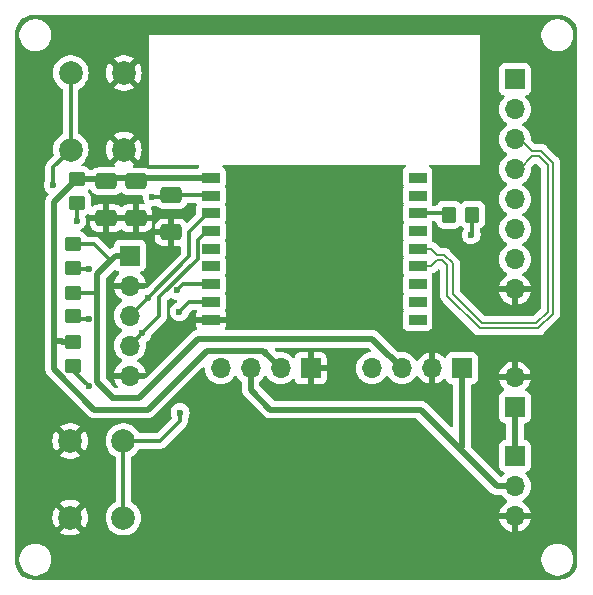
<source format=gbr>
%TF.GenerationSoftware,KiCad,Pcbnew,8.0.8*%
%TF.CreationDate,2025-04-21T18:24:13-04:00*%
%TF.ProjectId,ramen-v2,72616d65-6e2d-4763-922e-6b696361645f,rev?*%
%TF.SameCoordinates,Original*%
%TF.FileFunction,Copper,L1,Top*%
%TF.FilePolarity,Positive*%
%FSLAX46Y46*%
G04 Gerber Fmt 4.6, Leading zero omitted, Abs format (unit mm)*
G04 Created by KiCad (PCBNEW 8.0.8) date 2025-04-21 18:24:13*
%MOMM*%
%LPD*%
G01*
G04 APERTURE LIST*
G04 Aperture macros list*
%AMRoundRect*
0 Rectangle with rounded corners*
0 $1 Rounding radius*
0 $2 $3 $4 $5 $6 $7 $8 $9 X,Y pos of 4 corners*
0 Add a 4 corners polygon primitive as box body*
4,1,4,$2,$3,$4,$5,$6,$7,$8,$9,$2,$3,0*
0 Add four circle primitives for the rounded corners*
1,1,$1+$1,$2,$3*
1,1,$1+$1,$4,$5*
1,1,$1+$1,$6,$7*
1,1,$1+$1,$8,$9*
0 Add four rect primitives between the rounded corners*
20,1,$1+$1,$2,$3,$4,$5,0*
20,1,$1+$1,$4,$5,$6,$7,0*
20,1,$1+$1,$6,$7,$8,$9,0*
20,1,$1+$1,$8,$9,$2,$3,0*%
G04 Aperture macros list end*
%TA.AperFunction,ComponentPad*%
%ADD10C,2.000000*%
%TD*%
%TA.AperFunction,SMDPad,CuDef*%
%ADD11RoundRect,0.250000X-0.650000X0.412500X-0.650000X-0.412500X0.650000X-0.412500X0.650000X0.412500X0*%
%TD*%
%TA.AperFunction,ComponentPad*%
%ADD12R,1.700000X1.700000*%
%TD*%
%TA.AperFunction,ComponentPad*%
%ADD13O,1.700000X1.700000*%
%TD*%
%TA.AperFunction,SMDPad,CuDef*%
%ADD14RoundRect,0.250000X-0.450000X0.350000X-0.450000X-0.350000X0.450000X-0.350000X0.450000X0.350000X0*%
%TD*%
%TA.AperFunction,SMDPad,CuDef*%
%ADD15RoundRect,0.250000X0.650000X-0.412500X0.650000X0.412500X-0.650000X0.412500X-0.650000X-0.412500X0*%
%TD*%
%TA.AperFunction,SMDPad,CuDef*%
%ADD16R,1.500000X0.900000*%
%TD*%
%TA.AperFunction,HeatsinkPad*%
%ADD17C,0.600000*%
%TD*%
%TA.AperFunction,HeatsinkPad*%
%ADD18R,2.900000X2.900000*%
%TD*%
%TA.AperFunction,SMDPad,CuDef*%
%ADD19RoundRect,0.250000X-0.350000X-0.450000X0.350000X-0.450000X0.350000X0.450000X-0.350000X0.450000X0*%
%TD*%
%TA.AperFunction,ViaPad*%
%ADD20C,0.600000*%
%TD*%
%TA.AperFunction,Conductor*%
%ADD21C,0.500000*%
%TD*%
%TA.AperFunction,Conductor*%
%ADD22C,0.300000*%
%TD*%
%TA.AperFunction,Conductor*%
%ADD23C,0.200000*%
%TD*%
G04 APERTURE END LIST*
D10*
%TO.P,SW1,1,1*%
%TO.N,GND*%
X128000000Y-69500000D03*
X128000000Y-76000000D03*
%TO.P,SW1,2,2*%
%TO.N,Net-(U1-EN)*%
X123500000Y-69500000D03*
X123500000Y-76000000D03*
%TD*%
D11*
%TO.P,C3,1*%
%TO.N,3V3Buck*%
X126510000Y-78667500D03*
%TO.P,C3,2*%
%TO.N,GND*%
X126510000Y-81792500D03*
%TD*%
D12*
%TO.P,J2,1,GND*%
%TO.N,GND*%
X143800000Y-94500000D03*
D13*
%TO.P,J2,2,3V*%
%TO.N,3V3Buck*%
X141260000Y-94500000D03*
%TO.P,J2,3,Vin*%
%TO.N,Net-(J2-Vin)*%
X138720000Y-94500000D03*
%TO.P,J2,4,En*%
%TO.N,unconnected-(J2-En-Pad4)*%
X136180000Y-94500000D03*
%TD*%
D12*
%TO.P,J4,1,load+*%
%TO.N,Net-(J4-load+)*%
X161100000Y-97775000D03*
D13*
%TO.P,J4,2,load-*%
%TO.N,GND*%
X161100000Y-95235000D03*
%TD*%
D14*
%TO.P,R2,1*%
%TO.N,/5VBoost*%
X123700000Y-88100000D03*
%TO.P,R2,2*%
%TO.N,/SCL*%
X123700000Y-90100000D03*
%TD*%
D15*
%TO.P,C4,1*%
%TO.N,GND*%
X132000000Y-83000000D03*
%TO.P,C4,2*%
%TO.N,Net-(U1-EN)*%
X132000000Y-79875000D03*
%TD*%
D14*
%TO.P,R3,1*%
%TO.N,/5VBoost*%
X123700000Y-84000000D03*
%TO.P,R3,2*%
%TO.N,/SDA*%
X123700000Y-86000000D03*
%TD*%
D12*
%TO.P,J3,1,Vin*%
%TO.N,Net-(J2-Vin)*%
X156620000Y-94500000D03*
D13*
%TO.P,J3,2,GND*%
%TO.N,GND*%
X154080000Y-94500000D03*
%TO.P,J3,3,5V*%
%TO.N,/5VBoost*%
X151540000Y-94500000D03*
%TO.P,J3,4,EN*%
%TO.N,unconnected-(J3-EN-Pad4)*%
X149000000Y-94500000D03*
%TD*%
D12*
%TO.P,J7,1,VDD*%
%TO.N,/5VBoost*%
X128500000Y-84960000D03*
D13*
%TO.P,J7,2,GND*%
%TO.N,GND*%
X128500000Y-87500000D03*
%TO.P,J7,3,SDA*%
%TO.N,/SDA*%
X128500000Y-90040000D03*
%TO.P,J7,4,SCL*%
%TO.N,/SCL*%
X128500000Y-92580000D03*
%TO.P,J7,5,SEL*%
%TO.N,GND*%
X128500000Y-95120000D03*
%TD*%
D12*
%TO.P,J6,1,Vin*%
%TO.N,Net-(J4-load+)*%
X161100000Y-101935000D03*
D13*
%TO.P,J6,2,Vout*%
%TO.N,Net-(J2-Vin)*%
X161100000Y-104475000D03*
%TO.P,J6,3,GND*%
%TO.N,GND*%
X161100000Y-107015000D03*
%TD*%
D12*
%TO.P,J5,1,CC2*%
%TO.N,unconnected-(J5-CC2-Pad1)*%
X161100000Y-70040000D03*
D13*
%TO.P,J5,2,SBU1*%
%TO.N,unconnected-(J5-SBU1-Pad2)*%
X161100000Y-72580000D03*
%TO.P,J5,3,D+*%
%TO.N,/D+*%
X161100000Y-75120000D03*
%TO.P,J5,4,D-*%
%TO.N,/D-*%
X161100000Y-77660000D03*
%TO.P,J5,5,CC1*%
%TO.N,unconnected-(J5-CC1-Pad5)*%
X161100000Y-80200000D03*
%TO.P,J5,6,SBU2*%
%TO.N,unconnected-(J5-SBU2-Pad6)*%
X161100000Y-82740000D03*
%TO.P,J5,7,VBUS*%
%TO.N,unconnected-(J5-VBUS-Pad7)*%
X161100000Y-85280000D03*
%TO.P,J5,8,GND*%
%TO.N,GND*%
X161100000Y-87820000D03*
%TD*%
D11*
%TO.P,C2,1*%
%TO.N,3V3Buck*%
X129000000Y-78675000D03*
%TO.P,C2,2*%
%TO.N,GND*%
X129000000Y-81800000D03*
%TD*%
D14*
%TO.P,R4,1*%
%TO.N,3V3Buck*%
X123700000Y-92300000D03*
%TO.P,R4,2*%
%TO.N,Net-(U1-IO8)*%
X123700000Y-94300000D03*
%TD*%
D16*
%TO.P,U1,1,3V3*%
%TO.N,3V3Buck*%
X135360000Y-78380000D03*
%TO.P,U1,2,EN*%
%TO.N,Net-(U1-EN)*%
X135360000Y-79880000D03*
%TO.P,U1,3,IO4*%
%TO.N,/SDA*%
X135360000Y-81380000D03*
%TO.P,U1,4,IO5*%
%TO.N,/SCL*%
X135360000Y-82880000D03*
%TO.P,U1,5,IO6*%
%TO.N,unconnected-(U1-IO6-Pad5)*%
X135360000Y-84380000D03*
%TO.P,U1,6,IO7*%
%TO.N,unconnected-(U1-IO7-Pad6)*%
X135360000Y-85880000D03*
%TO.P,U1,7,IO8*%
%TO.N,Net-(U1-IO8)*%
X135360000Y-87380000D03*
%TO.P,U1,8,IO9*%
%TO.N,Net-(U1-IO9)*%
X135360000Y-88880000D03*
%TO.P,U1,9,GND*%
%TO.N,GND*%
X135360000Y-90380000D03*
%TO.P,U1,10,IO10*%
%TO.N,unconnected-(U1-IO10-Pad10)*%
X152860000Y-90380000D03*
%TO.P,U1,11,IO20/RXD*%
%TO.N,unconnected-(U1-IO20{slash}RXD-Pad11)*%
X152860000Y-88880000D03*
%TO.P,U1,12,IO21/TXD*%
%TO.N,unconnected-(U1-IO21{slash}TXD-Pad12)*%
X152860000Y-87380000D03*
%TO.P,U1,13,IO18*%
%TO.N,/D+*%
X152860000Y-85880000D03*
%TO.P,U1,14,IO19*%
%TO.N,/D-*%
X152860000Y-84380000D03*
%TO.P,U1,15,IO3*%
%TO.N,unconnected-(U1-IO3-Pad15)*%
X152860000Y-82880000D03*
%TO.P,U1,16,IO2*%
%TO.N,Net-(U1-IO2)*%
X152860000Y-81380000D03*
%TO.P,U1,17,IO1*%
%TO.N,unconnected-(U1-IO1-Pad17)*%
X152860000Y-79880000D03*
%TO.P,U1,18,IO0*%
%TO.N,unconnected-(U1-IO0-Pad18)*%
X152860000Y-78380000D03*
D17*
%TO.P,U1,19,GND*%
%TO.N,GND*%
X143970000Y-84030000D03*
X143970000Y-85130000D03*
X144520000Y-83480000D03*
X144520000Y-84580000D03*
X144520000Y-85680000D03*
X145070000Y-84030000D03*
D18*
X145070000Y-84580000D03*
D17*
X145070000Y-85130000D03*
X145620000Y-83480000D03*
X145620000Y-84580000D03*
X145620000Y-85680000D03*
X146170000Y-84030000D03*
X146170000Y-85130000D03*
%TD*%
D14*
%TO.P,R1,1*%
%TO.N,3V3Buck*%
X124000000Y-78500000D03*
%TO.P,R1,2*%
%TO.N,Net-(U1-EN)*%
X124000000Y-80500000D03*
%TD*%
D19*
%TO.P,R6,1*%
%TO.N,Net-(U1-IO2)*%
X155500000Y-81500000D03*
%TO.P,R6,2*%
%TO.N,3V3Buck*%
X157500000Y-81500000D03*
%TD*%
D10*
%TO.P,SW2,1,1*%
%TO.N,GND*%
X123450000Y-107150000D03*
X123450000Y-100650000D03*
%TO.P,SW2,2,2*%
%TO.N,Net-(U1-IO9)*%
X127950000Y-107150000D03*
X127950000Y-100650000D03*
%TD*%
D20*
%TO.N,3V3Buck*%
X157400000Y-83200000D03*
%TO.N,GND*%
X119900000Y-94000000D03*
X125100000Y-108200000D03*
X161100000Y-108700000D03*
X155100000Y-65300000D03*
X156500000Y-78600000D03*
X126500000Y-80300000D03*
X126900000Y-95100000D03*
X158300000Y-99900000D03*
X129300000Y-74700000D03*
X122100000Y-99400000D03*
X130100000Y-94300000D03*
X119900000Y-99300000D03*
X129500000Y-77100000D03*
X165700000Y-80200000D03*
X126500000Y-83200000D03*
X165500000Y-72800000D03*
X165700000Y-86700000D03*
X133800000Y-90400000D03*
X161100000Y-89500000D03*
X141000000Y-88700000D03*
X126500000Y-77100000D03*
X159500000Y-107000000D03*
X150200000Y-103800000D03*
X129200000Y-70700000D03*
X159400000Y-67100000D03*
X132000000Y-81400000D03*
X143800000Y-96100000D03*
X126800000Y-68300000D03*
X165700000Y-99100000D03*
X138400000Y-81600000D03*
X137900000Y-89800000D03*
X145400000Y-94500000D03*
X130300000Y-86600000D03*
X145300000Y-99800000D03*
X119800000Y-87400000D03*
X154100000Y-92900000D03*
X140000000Y-106600000D03*
X129000000Y-80200000D03*
X147800000Y-65300000D03*
X161800000Y-65200000D03*
X159500000Y-95200000D03*
X132000000Y-84600000D03*
X161100000Y-93700000D03*
X159500000Y-87800000D03*
X148100000Y-84900000D03*
X149600000Y-78600000D03*
X133400000Y-103300000D03*
X155100000Y-109400000D03*
X126200000Y-110600000D03*
X126800000Y-74700000D03*
X142900000Y-86600000D03*
X136200000Y-98200000D03*
X120000000Y-105800000D03*
X124200000Y-65500000D03*
X162600000Y-95200000D03*
X129000000Y-83200000D03*
X137700000Y-86600000D03*
X140200000Y-84300000D03*
X158000000Y-85900000D03*
X162700000Y-87800000D03*
X119900000Y-80600000D03*
X122100000Y-105800000D03*
X122200000Y-101900000D03*
X126900000Y-87500000D03*
X165700000Y-92400000D03*
X145500000Y-109500000D03*
X133500000Y-109400000D03*
X137900000Y-78700000D03*
X129200000Y-68300000D03*
X140200000Y-65300000D03*
X149900000Y-89300000D03*
X143000000Y-80300000D03*
X121900000Y-108200000D03*
X124700000Y-101900000D03*
X124700000Y-99400000D03*
X154100000Y-96100000D03*
X120000000Y-72500000D03*
X162700000Y-107000000D03*
X132400000Y-65400000D03*
X146400000Y-78800000D03*
X165700000Y-104900000D03*
X126800000Y-70700000D03*
X124700000Y-105800000D03*
X145400000Y-93100000D03*
X148000000Y-82100000D03*
%TO.N,Net-(U1-EN)*%
X124000000Y-82000000D03*
X122000000Y-79000000D03*
X130400000Y-80000000D03*
%TO.N,/SCL*%
X129540000Y-91540000D03*
X125000000Y-90300000D03*
%TO.N,/SDA*%
X125000000Y-86100000D03*
X130020000Y-88520000D03*
%TO.N,Net-(U1-IO8)*%
X125000000Y-96000000D03*
X132509620Y-87909620D03*
%TO.N,Net-(U1-IO9)*%
X132700000Y-89700000D03*
X132750000Y-98250000D03*
%TD*%
D21*
%TO.N,3V3Buck*%
X122100000Y-94600000D02*
X122100000Y-92200000D01*
X135000000Y-93000000D02*
X130000000Y-98000000D01*
X122700000Y-92200000D02*
X122800000Y-92300000D01*
X122100000Y-92200000D02*
X122700000Y-92200000D01*
D22*
X157500000Y-83100000D02*
X157400000Y-83200000D01*
D21*
X124000000Y-78500000D02*
X126342500Y-78500000D01*
X126342500Y-78500000D02*
X126510000Y-78667500D01*
X127047500Y-78380000D02*
X126927500Y-78500000D01*
D22*
X157500000Y-81500000D02*
X157500000Y-83100000D01*
D21*
X135360000Y-78380000D02*
X127047500Y-78380000D01*
X125500000Y-98000000D02*
X122100000Y-94600000D01*
X139760000Y-93000000D02*
X139500000Y-93000000D01*
X130000000Y-98000000D02*
X125500000Y-98000000D01*
X139500000Y-93000000D02*
X135000000Y-93000000D01*
X122100000Y-92200000D02*
X122100000Y-80400000D01*
X122800000Y-92300000D02*
X123700000Y-92300000D01*
X141260000Y-94500000D02*
X139760000Y-93000000D01*
D22*
X139500000Y-93000000D02*
X140000000Y-93000000D01*
D21*
X122100000Y-80400000D02*
X124000000Y-78500000D01*
D22*
%TO.N,Net-(U1-EN)*%
X123500000Y-76000000D02*
X122000000Y-77500000D01*
X122000000Y-77500000D02*
X122000000Y-79000000D01*
X130400000Y-80000000D02*
X131875000Y-80000000D01*
X124000000Y-80500000D02*
X124000000Y-82000000D01*
X131625000Y-79875000D02*
X132000000Y-79875000D01*
X131875000Y-80000000D02*
X132000000Y-79875000D01*
X131505000Y-79880000D02*
X131500000Y-79875000D01*
X123500000Y-69500000D02*
X123500000Y-76000000D01*
X135355000Y-79875000D02*
X135360000Y-79880000D01*
X132000000Y-79875000D02*
X135355000Y-79875000D01*
%TO.N,/SCL*%
X128500000Y-92580000D02*
X129540000Y-91540000D01*
X129540000Y-91540000D02*
X131000000Y-90080000D01*
X134260000Y-83680000D02*
X135060000Y-82880000D01*
X131000000Y-90080000D02*
X131000000Y-88500000D01*
X123900000Y-90300000D02*
X123700000Y-90100000D01*
X125000000Y-90300000D02*
X123900000Y-90300000D01*
X135060000Y-82880000D02*
X135360000Y-82880000D01*
X134260000Y-85240000D02*
X134260000Y-83680000D01*
X131000000Y-88500000D02*
X134260000Y-85240000D01*
%TO.N,/5VBoost*%
X123700000Y-84000000D02*
X125500000Y-84000000D01*
D21*
X125750000Y-95450000D02*
X125700000Y-95500000D01*
D22*
X128500000Y-84960000D02*
X128500000Y-85000000D01*
X125500000Y-84000000D02*
X126850000Y-85350000D01*
D21*
X125700000Y-95500000D02*
X125700000Y-95639339D01*
X129250000Y-97000000D02*
X134250000Y-92000000D01*
D22*
X126850000Y-85350000D02*
X126850000Y-85450000D01*
X123700000Y-88100000D02*
X125750000Y-88100000D01*
D21*
X125750000Y-86550000D02*
X126850000Y-85450000D01*
X125700000Y-95639339D02*
X127000000Y-96939339D01*
X134250000Y-92000000D02*
X149000000Y-92000000D01*
X125750000Y-88100000D02*
X125750000Y-95450000D01*
X149000000Y-92000000D02*
X150460000Y-93460000D01*
X127000000Y-97000000D02*
X129250000Y-97000000D01*
X127000000Y-96939339D02*
X127000000Y-97000000D01*
X150500000Y-93460000D02*
X151540000Y-94500000D01*
X127340000Y-84960000D02*
X128500000Y-84960000D01*
X126850000Y-85450000D02*
X127340000Y-84960000D01*
X125750000Y-86550000D02*
X125750000Y-88100000D01*
D22*
X150460000Y-93460000D02*
X150500000Y-93460000D01*
%TO.N,/SDA*%
X133500000Y-83000000D02*
X135120000Y-81380000D01*
X133500000Y-85040000D02*
X133500000Y-83000000D01*
X125000000Y-86100000D02*
X123800000Y-86100000D01*
X123800000Y-86100000D02*
X123700000Y-86000000D01*
X130020000Y-88520000D02*
X133500000Y-85040000D01*
X128500000Y-90040000D02*
X130020000Y-88520000D01*
X135120000Y-81380000D02*
X135360000Y-81380000D01*
%TO.N,Net-(U1-IO8)*%
X123700000Y-94700000D02*
X125000000Y-96000000D01*
X123700000Y-94300000D02*
X123700000Y-94700000D01*
X133039240Y-87380000D02*
X135360000Y-87380000D01*
X132509620Y-87909620D02*
X133039240Y-87380000D01*
D23*
%TO.N,Net-(U1-IO2)*%
X155380000Y-81380000D02*
X155500000Y-81500000D01*
D22*
X152860000Y-81380000D02*
X155380000Y-81380000D01*
%TO.N,Net-(U1-IO9)*%
X131050000Y-100650000D02*
X127950000Y-100650000D01*
X132700000Y-89700000D02*
X133520000Y-88880000D01*
X132750000Y-98250000D02*
X132750000Y-98950000D01*
X132750000Y-98950000D02*
X131050000Y-100650000D01*
X133520000Y-88880000D02*
X135360000Y-88880000D01*
X127950000Y-107150000D02*
X127950000Y-100650000D01*
D21*
%TO.N,Net-(J2-Vin)*%
X156460000Y-101340000D02*
X159595000Y-104475000D01*
X156620000Y-94500000D02*
X156620000Y-101180000D01*
X156620000Y-101180000D02*
X156460000Y-101340000D01*
X156460000Y-101340000D02*
X153120000Y-98000000D01*
X138720000Y-94500000D02*
X138720000Y-96320000D01*
X140400000Y-98000000D02*
X153120000Y-98000000D01*
X156800000Y-94680000D02*
X156620000Y-94500000D01*
X138720000Y-96320000D02*
X140400000Y-98000000D01*
X159595000Y-104475000D02*
X161100000Y-104475000D01*
%TO.N,Net-(J4-load+)*%
X161100000Y-97775000D02*
X161100000Y-101935000D01*
D23*
%TO.N,/D+*%
X163093200Y-91125000D02*
X158106800Y-91125000D01*
X162545000Y-76105000D02*
X163323200Y-76105000D01*
X163323200Y-76105000D02*
X164325000Y-77106800D01*
X154510001Y-85355000D02*
X153985001Y-85880000D01*
X164325000Y-89893200D02*
X163093200Y-91125000D01*
X155375000Y-88393200D02*
X155375000Y-85793921D01*
X152860000Y-85880000D02*
X153160000Y-85880000D01*
X155375000Y-85793921D02*
X154936079Y-85355000D01*
X158106800Y-91125000D02*
X155375000Y-88393200D01*
X164325000Y-77106800D02*
X164325000Y-89893200D01*
X153985001Y-85880000D02*
X152860000Y-85880000D01*
X161500000Y-75060000D02*
X162545000Y-76105000D01*
X154936079Y-85355000D02*
X154510001Y-85355000D01*
%TO.N,/D-*%
X163875000Y-89706800D02*
X163875000Y-77293200D01*
X162906800Y-90675000D02*
X163875000Y-89706800D01*
X155825000Y-85607521D02*
X155825000Y-88206800D01*
X152860000Y-84380000D02*
X153160000Y-84380000D01*
X162545000Y-76555000D02*
X161500000Y-77600000D01*
X155825000Y-88206800D02*
X158293200Y-90675000D01*
X155122479Y-84905000D02*
X155825000Y-85607521D01*
X163875000Y-77293200D02*
X163136800Y-76555000D01*
X158293200Y-90675000D02*
X162906800Y-90675000D01*
X152860000Y-84380000D02*
X153985001Y-84380000D01*
X163136800Y-76555000D02*
X162545000Y-76555000D01*
X154510001Y-84905000D02*
X155122479Y-84905000D01*
X153985001Y-84380000D02*
X154510001Y-84905000D01*
%TD*%
%TA.AperFunction,Conductor*%
%TO.N,GND*%
G36*
X148704809Y-92770185D02*
G01*
X148725451Y-92786819D01*
X148888265Y-92949633D01*
X148921750Y-93010956D01*
X148916766Y-93080648D01*
X148874894Y-93136581D01*
X148811393Y-93160842D01*
X148764596Y-93164936D01*
X148764586Y-93164938D01*
X148536344Y-93226094D01*
X148536335Y-93226098D01*
X148322171Y-93325964D01*
X148322169Y-93325965D01*
X148128597Y-93461505D01*
X147961505Y-93628597D01*
X147825965Y-93822169D01*
X147825964Y-93822171D01*
X147726098Y-94036335D01*
X147726094Y-94036344D01*
X147664938Y-94264586D01*
X147664936Y-94264596D01*
X147644341Y-94499999D01*
X147644341Y-94500000D01*
X147664936Y-94735403D01*
X147664938Y-94735413D01*
X147726094Y-94963655D01*
X147726096Y-94963659D01*
X147726097Y-94963663D01*
X147806004Y-95135023D01*
X147825965Y-95177830D01*
X147825967Y-95177834D01*
X147912088Y-95300826D01*
X147961505Y-95371401D01*
X148128599Y-95538495D01*
X148225384Y-95606265D01*
X148322165Y-95674032D01*
X148322167Y-95674033D01*
X148322170Y-95674035D01*
X148536337Y-95773903D01*
X148764592Y-95835063D01*
X148941034Y-95850500D01*
X148999999Y-95855659D01*
X149000000Y-95855659D01*
X149000001Y-95855659D01*
X149058966Y-95850500D01*
X149235408Y-95835063D01*
X149463663Y-95773903D01*
X149677830Y-95674035D01*
X149871401Y-95538495D01*
X150038495Y-95371401D01*
X150168425Y-95185842D01*
X150223002Y-95142217D01*
X150292500Y-95135023D01*
X150354855Y-95166546D01*
X150371575Y-95185842D01*
X150501500Y-95371395D01*
X150501505Y-95371401D01*
X150668599Y-95538495D01*
X150765384Y-95606265D01*
X150862165Y-95674032D01*
X150862167Y-95674033D01*
X150862170Y-95674035D01*
X151076337Y-95773903D01*
X151304592Y-95835063D01*
X151481034Y-95850500D01*
X151539999Y-95855659D01*
X151540000Y-95855659D01*
X151540001Y-95855659D01*
X151598966Y-95850500D01*
X151775408Y-95835063D01*
X152003663Y-95773903D01*
X152217830Y-95674035D01*
X152411401Y-95538495D01*
X152578495Y-95371401D01*
X152708730Y-95185405D01*
X152763307Y-95141781D01*
X152832805Y-95134587D01*
X152895160Y-95166110D01*
X152911879Y-95185405D01*
X153041890Y-95371078D01*
X153208917Y-95538105D01*
X153402421Y-95673600D01*
X153616507Y-95773429D01*
X153616516Y-95773433D01*
X153830000Y-95830634D01*
X153830000Y-94933012D01*
X153887007Y-94965925D01*
X154014174Y-95000000D01*
X154145826Y-95000000D01*
X154272993Y-94965925D01*
X154330000Y-94933012D01*
X154330000Y-95830633D01*
X154543483Y-95773433D01*
X154543492Y-95773429D01*
X154757578Y-95673600D01*
X154951078Y-95538108D01*
X155073133Y-95416053D01*
X155134456Y-95382568D01*
X155204148Y-95387552D01*
X155260082Y-95429423D01*
X155276997Y-95460401D01*
X155326202Y-95592328D01*
X155326206Y-95592335D01*
X155412452Y-95707544D01*
X155412455Y-95707547D01*
X155527664Y-95793793D01*
X155527671Y-95793797D01*
X155537809Y-95797578D01*
X155662517Y-95844091D01*
X155722127Y-95850500D01*
X155745497Y-95850499D01*
X155812536Y-95870181D01*
X155858292Y-95922983D01*
X155869500Y-95974499D01*
X155869500Y-99388769D01*
X155849815Y-99455808D01*
X155797011Y-99501563D01*
X155727853Y-99511507D01*
X155664297Y-99482482D01*
X155657819Y-99476450D01*
X153598421Y-97417052D01*
X153598414Y-97417046D01*
X153524729Y-97367812D01*
X153524729Y-97367813D01*
X153475491Y-97334913D01*
X153338917Y-97278343D01*
X153338907Y-97278340D01*
X153193920Y-97249500D01*
X153193918Y-97249500D01*
X140762230Y-97249500D01*
X140695191Y-97229815D01*
X140674549Y-97213181D01*
X139506819Y-96045451D01*
X139473334Y-95984128D01*
X139470500Y-95957770D01*
X139470500Y-95687700D01*
X139490185Y-95620661D01*
X139523375Y-95586126D01*
X139591401Y-95538495D01*
X139758495Y-95371401D01*
X139888425Y-95185842D01*
X139943002Y-95142217D01*
X140012500Y-95135023D01*
X140074855Y-95166546D01*
X140091575Y-95185842D01*
X140221500Y-95371395D01*
X140221505Y-95371401D01*
X140388599Y-95538495D01*
X140485384Y-95606265D01*
X140582165Y-95674032D01*
X140582167Y-95674033D01*
X140582170Y-95674035D01*
X140796337Y-95773903D01*
X141024592Y-95835063D01*
X141201034Y-95850500D01*
X141259999Y-95855659D01*
X141260000Y-95855659D01*
X141260001Y-95855659D01*
X141318966Y-95850500D01*
X141495408Y-95835063D01*
X141723663Y-95773903D01*
X141937830Y-95674035D01*
X142131401Y-95538495D01*
X142253717Y-95416178D01*
X142315036Y-95382696D01*
X142384728Y-95387680D01*
X142440662Y-95429551D01*
X142457577Y-95460528D01*
X142506646Y-95592088D01*
X142506649Y-95592093D01*
X142592809Y-95707187D01*
X142592812Y-95707190D01*
X142707906Y-95793350D01*
X142707913Y-95793354D01*
X142842620Y-95843596D01*
X142842627Y-95843598D01*
X142902155Y-95849999D01*
X142902172Y-95850000D01*
X143550000Y-95850000D01*
X143550000Y-94933012D01*
X143607007Y-94965925D01*
X143734174Y-95000000D01*
X143865826Y-95000000D01*
X143992993Y-94965925D01*
X144050000Y-94933012D01*
X144050000Y-95850000D01*
X144697828Y-95850000D01*
X144697844Y-95849999D01*
X144757372Y-95843598D01*
X144757379Y-95843596D01*
X144892086Y-95793354D01*
X144892093Y-95793350D01*
X145007187Y-95707190D01*
X145007190Y-95707187D01*
X145093350Y-95592093D01*
X145093354Y-95592086D01*
X145143596Y-95457379D01*
X145143598Y-95457372D01*
X145149999Y-95397844D01*
X145150000Y-95397827D01*
X145150000Y-94750000D01*
X144233012Y-94750000D01*
X144265925Y-94692993D01*
X144300000Y-94565826D01*
X144300000Y-94434174D01*
X144265925Y-94307007D01*
X144233012Y-94250000D01*
X145150000Y-94250000D01*
X145150000Y-93602172D01*
X145149999Y-93602155D01*
X145143598Y-93542627D01*
X145143596Y-93542620D01*
X145093354Y-93407913D01*
X145093350Y-93407906D01*
X145007190Y-93292812D01*
X145007187Y-93292809D01*
X144892093Y-93206649D01*
X144892086Y-93206645D01*
X144757379Y-93156403D01*
X144757372Y-93156401D01*
X144697844Y-93150000D01*
X144050000Y-93150000D01*
X144050000Y-94066988D01*
X143992993Y-94034075D01*
X143865826Y-94000000D01*
X143734174Y-94000000D01*
X143607007Y-94034075D01*
X143550000Y-94066988D01*
X143550000Y-93150000D01*
X142902155Y-93150000D01*
X142842627Y-93156401D01*
X142842620Y-93156403D01*
X142707913Y-93206645D01*
X142707906Y-93206649D01*
X142592812Y-93292809D01*
X142592809Y-93292812D01*
X142506649Y-93407906D01*
X142506645Y-93407913D01*
X142457578Y-93539470D01*
X142415707Y-93595404D01*
X142350242Y-93619821D01*
X142281969Y-93604969D01*
X142253715Y-93583819D01*
X142195418Y-93525522D01*
X142131401Y-93461505D01*
X142131397Y-93461502D01*
X142131396Y-93461501D01*
X141937834Y-93325967D01*
X141937830Y-93325965D01*
X141866727Y-93292809D01*
X141723663Y-93226097D01*
X141723659Y-93226096D01*
X141723655Y-93226094D01*
X141495413Y-93164938D01*
X141495403Y-93164936D01*
X141260001Y-93144341D01*
X141259998Y-93144341D01*
X141046985Y-93162977D01*
X140978485Y-93149210D01*
X140948500Y-93127133D01*
X140783547Y-92962179D01*
X140750064Y-92900858D01*
X140755048Y-92831166D01*
X140796920Y-92775233D01*
X140862384Y-92750816D01*
X140871230Y-92750500D01*
X148637770Y-92750500D01*
X148704809Y-92770185D01*
G37*
%TD.AperFunction*%
%TA.AperFunction,Conductor*%
G36*
X127291084Y-86172795D02*
G01*
X127322062Y-86189711D01*
X127407664Y-86253793D01*
X127407671Y-86253797D01*
X127407674Y-86253798D01*
X127539598Y-86303002D01*
X127595531Y-86344873D01*
X127619949Y-86410337D01*
X127605098Y-86478610D01*
X127583947Y-86506865D01*
X127461886Y-86628926D01*
X127326400Y-86822420D01*
X127326399Y-86822422D01*
X127226570Y-87036507D01*
X127226567Y-87036513D01*
X127169364Y-87249999D01*
X127169364Y-87250000D01*
X128066988Y-87250000D01*
X128034075Y-87307007D01*
X128000000Y-87434174D01*
X128000000Y-87565826D01*
X128034075Y-87692993D01*
X128066988Y-87750000D01*
X127169364Y-87750000D01*
X127226567Y-87963486D01*
X127226570Y-87963492D01*
X127326399Y-88177578D01*
X127461894Y-88371082D01*
X127628917Y-88538105D01*
X127814595Y-88668119D01*
X127858219Y-88722696D01*
X127865412Y-88792195D01*
X127833890Y-88854549D01*
X127814595Y-88871269D01*
X127628594Y-89001508D01*
X127461505Y-89168597D01*
X127325965Y-89362169D01*
X127325964Y-89362171D01*
X127226098Y-89576335D01*
X127226094Y-89576344D01*
X127164938Y-89804586D01*
X127164936Y-89804596D01*
X127144341Y-90039999D01*
X127144341Y-90040000D01*
X127164936Y-90275403D01*
X127164938Y-90275413D01*
X127226094Y-90503655D01*
X127226096Y-90503659D01*
X127226097Y-90503663D01*
X127226984Y-90505565D01*
X127325965Y-90717830D01*
X127325967Y-90717834D01*
X127461501Y-90911395D01*
X127461506Y-90911402D01*
X127628597Y-91078493D01*
X127628603Y-91078498D01*
X127814158Y-91208425D01*
X127857783Y-91263002D01*
X127864977Y-91332500D01*
X127833454Y-91394855D01*
X127814158Y-91411575D01*
X127628597Y-91541505D01*
X127461505Y-91708597D01*
X127325965Y-91902169D01*
X127325964Y-91902171D01*
X127226098Y-92116335D01*
X127226094Y-92116344D01*
X127164938Y-92344586D01*
X127164936Y-92344596D01*
X127144341Y-92579999D01*
X127144341Y-92580000D01*
X127164936Y-92815403D01*
X127164938Y-92815413D01*
X127226094Y-93043655D01*
X127226096Y-93043659D01*
X127226097Y-93043663D01*
X127301891Y-93206204D01*
X127325965Y-93257830D01*
X127325967Y-93257834D01*
X127461501Y-93451395D01*
X127461506Y-93451402D01*
X127628597Y-93618493D01*
X127628603Y-93618498D01*
X127814594Y-93748730D01*
X127858219Y-93803307D01*
X127865413Y-93872805D01*
X127833890Y-93935160D01*
X127814595Y-93951880D01*
X127628922Y-94081890D01*
X127628920Y-94081891D01*
X127461891Y-94248920D01*
X127461886Y-94248926D01*
X127326400Y-94442420D01*
X127326399Y-94442422D01*
X127226570Y-94656507D01*
X127226567Y-94656513D01*
X127169364Y-94869999D01*
X127169364Y-94870000D01*
X128066988Y-94870000D01*
X128034075Y-94927007D01*
X128000000Y-95054174D01*
X128000000Y-95185826D01*
X128034075Y-95312993D01*
X128066988Y-95370000D01*
X127169364Y-95370000D01*
X127226567Y-95583486D01*
X127226570Y-95583492D01*
X127326399Y-95797578D01*
X127463582Y-95993493D01*
X127485909Y-96059699D01*
X127468899Y-96127467D01*
X127417951Y-96175280D01*
X127349242Y-96187958D01*
X127284585Y-96161477D01*
X127274326Y-96152298D01*
X126919606Y-95797578D01*
X126536819Y-95414790D01*
X126503334Y-95353467D01*
X126500500Y-95327109D01*
X126500500Y-86912229D01*
X126520185Y-86845190D01*
X126536815Y-86824552D01*
X127160072Y-86201294D01*
X127221393Y-86167811D01*
X127291084Y-86172795D01*
G37*
%TD.AperFunction*%
%TA.AperFunction,Conductor*%
G36*
X125113991Y-79349888D02*
G01*
X125169925Y-79391758D01*
X125176193Y-79400967D01*
X125225187Y-79480399D01*
X125253534Y-79526358D01*
X125267288Y-79548656D01*
X125391344Y-79672712D01*
X125540666Y-79764814D01*
X125707203Y-79819999D01*
X125809991Y-79830500D01*
X127210008Y-79830499D01*
X127312797Y-79819999D01*
X127479334Y-79764814D01*
X127628656Y-79672712D01*
X127663568Y-79637800D01*
X127724890Y-79604314D01*
X127794582Y-79609298D01*
X127838931Y-79637799D01*
X127881344Y-79680212D01*
X128030666Y-79772314D01*
X128197203Y-79827499D01*
X128299991Y-79838000D01*
X129473931Y-79837999D01*
X129540970Y-79857684D01*
X129586725Y-79910487D01*
X129597152Y-79975878D01*
X129594435Y-79999999D01*
X129594435Y-80000003D01*
X129614630Y-80179249D01*
X129614631Y-80179254D01*
X129674211Y-80349523D01*
X129735792Y-80447528D01*
X129754792Y-80514765D01*
X129734424Y-80581600D01*
X129681156Y-80626814D01*
X129630798Y-80637500D01*
X129250000Y-80637500D01*
X129250000Y-81550000D01*
X130399999Y-81550000D01*
X130399999Y-81337528D01*
X130399998Y-81337513D01*
X130389505Y-81234802D01*
X130334358Y-81068380D01*
X130334356Y-81068375D01*
X130288889Y-80994662D01*
X130270449Y-80927269D01*
X130291371Y-80860606D01*
X130345013Y-80815836D01*
X130394428Y-80805565D01*
X130400004Y-80805565D01*
X130579249Y-80785369D01*
X130579250Y-80785368D01*
X130579255Y-80785368D01*
X130659239Y-80757379D01*
X130729013Y-80753817D01*
X130787872Y-80786740D01*
X130881344Y-80880212D01*
X131030666Y-80972314D01*
X131197203Y-81027499D01*
X131299991Y-81038000D01*
X132700008Y-81037999D01*
X132802797Y-81027499D01*
X132969334Y-80972314D01*
X133118656Y-80880212D01*
X133242712Y-80756156D01*
X133334814Y-80606834D01*
X133334814Y-80606831D01*
X133334817Y-80606828D01*
X133337869Y-80600284D01*
X133339987Y-80601271D01*
X133373372Y-80553052D01*
X133437887Y-80526228D01*
X133451307Y-80525500D01*
X134048096Y-80525500D01*
X134115135Y-80545185D01*
X134160890Y-80597989D01*
X134170834Y-80667147D01*
X134164278Y-80692833D01*
X134115908Y-80822517D01*
X134109706Y-80880210D01*
X134109501Y-80882123D01*
X134109500Y-80882135D01*
X134109500Y-81419190D01*
X134089815Y-81486229D01*
X134073181Y-81506871D01*
X133436595Y-82143456D01*
X133375272Y-82176941D01*
X133305580Y-82171957D01*
X133249647Y-82130085D01*
X133243376Y-82120872D01*
X133242319Y-82119159D01*
X133242316Y-82119155D01*
X133118345Y-81995184D01*
X132969124Y-81903143D01*
X132969119Y-81903141D01*
X132802697Y-81847994D01*
X132802690Y-81847993D01*
X132699986Y-81837500D01*
X132250000Y-81837500D01*
X132250000Y-84162499D01*
X132699972Y-84162499D01*
X132699981Y-84162498D01*
X132712896Y-84161179D01*
X132781589Y-84173948D01*
X132832474Y-84221827D01*
X132849500Y-84284537D01*
X132849500Y-84719191D01*
X132829815Y-84786230D01*
X132813181Y-84806872D01*
X129921775Y-87698277D01*
X129860452Y-87731762D01*
X129847988Y-87733815D01*
X129840752Y-87734630D01*
X129840740Y-87734633D01*
X129821560Y-87741344D01*
X129816712Y-87743041D01*
X129775759Y-87750000D01*
X128933012Y-87750000D01*
X128965925Y-87692993D01*
X129000000Y-87565826D01*
X129000000Y-87434174D01*
X128965925Y-87307007D01*
X128933012Y-87250000D01*
X129830636Y-87250000D01*
X129830635Y-87249999D01*
X129773432Y-87036513D01*
X129773429Y-87036507D01*
X129673600Y-86822422D01*
X129673599Y-86822420D01*
X129538113Y-86628926D01*
X129538108Y-86628920D01*
X129416053Y-86506865D01*
X129382568Y-86445542D01*
X129387552Y-86375850D01*
X129429424Y-86319917D01*
X129460400Y-86303002D01*
X129592331Y-86253796D01*
X129707546Y-86167546D01*
X129793796Y-86052331D01*
X129844091Y-85917483D01*
X129850500Y-85857873D01*
X129850499Y-84062128D01*
X129844091Y-84002517D01*
X129837695Y-83985369D01*
X129793797Y-83867671D01*
X129793793Y-83867664D01*
X129707547Y-83752455D01*
X129707544Y-83752452D01*
X129592335Y-83666206D01*
X129592328Y-83666202D01*
X129457482Y-83615908D01*
X129457483Y-83615908D01*
X129397883Y-83609501D01*
X129397881Y-83609500D01*
X129397873Y-83609500D01*
X129397864Y-83609500D01*
X127602129Y-83609500D01*
X127602123Y-83609501D01*
X127542516Y-83615908D01*
X127407671Y-83666202D01*
X127407664Y-83666206D01*
X127292455Y-83752452D01*
X127292452Y-83752455D01*
X127206206Y-83867664D01*
X127206202Y-83867671D01*
X127155908Y-84002517D01*
X127152685Y-84032500D01*
X127149501Y-84062123D01*
X127149500Y-84062135D01*
X127149500Y-84143717D01*
X127129815Y-84210756D01*
X127077011Y-84256511D01*
X127072955Y-84258277D01*
X127041082Y-84271480D01*
X126984506Y-84294915D01*
X126925265Y-84334499D01*
X126925262Y-84334501D01*
X126907475Y-84346385D01*
X126840797Y-84367260D01*
X126773417Y-84348773D01*
X126750907Y-84330961D01*
X125914674Y-83494727D01*
X125914673Y-83494726D01*
X125866422Y-83462486D01*
X130600001Y-83462486D01*
X130610494Y-83565197D01*
X130665641Y-83731619D01*
X130665643Y-83731624D01*
X130757684Y-83880845D01*
X130881654Y-84004815D01*
X131030875Y-84096856D01*
X131030880Y-84096858D01*
X131197302Y-84152005D01*
X131197309Y-84152006D01*
X131300019Y-84162499D01*
X131749999Y-84162499D01*
X131750000Y-84162498D01*
X131750000Y-83250000D01*
X130600001Y-83250000D01*
X130600001Y-83462486D01*
X125866422Y-83462486D01*
X125808127Y-83423535D01*
X125701211Y-83379249D01*
X125689744Y-83374499D01*
X125689738Y-83374497D01*
X125564071Y-83349500D01*
X125564069Y-83349500D01*
X124915638Y-83349500D01*
X124848599Y-83329815D01*
X124810099Y-83290597D01*
X124785059Y-83250000D01*
X124742712Y-83181344D01*
X124618656Y-83057288D01*
X124485907Y-82975408D01*
X124469336Y-82965187D01*
X124469331Y-82965185D01*
X124461222Y-82962498D01*
X124391147Y-82939277D01*
X124333703Y-82899505D01*
X124306880Y-82834989D01*
X124319195Y-82766214D01*
X124364178Y-82716579D01*
X124502262Y-82629816D01*
X124629816Y-82502262D01*
X124725789Y-82349522D01*
X124758869Y-82254986D01*
X125110001Y-82254986D01*
X125120494Y-82357697D01*
X125175641Y-82524119D01*
X125175643Y-82524124D01*
X125267684Y-82673345D01*
X125391654Y-82797315D01*
X125540875Y-82889356D01*
X125540880Y-82889358D01*
X125707302Y-82944505D01*
X125707309Y-82944506D01*
X125810019Y-82954999D01*
X126259999Y-82954999D01*
X126760000Y-82954999D01*
X127209972Y-82954999D01*
X127209986Y-82954998D01*
X127312697Y-82944505D01*
X127479119Y-82889358D01*
X127479124Y-82889356D01*
X127628345Y-82797315D01*
X127663569Y-82762092D01*
X127724892Y-82728607D01*
X127794584Y-82733591D01*
X127838931Y-82762092D01*
X127881654Y-82804815D01*
X128030875Y-82896856D01*
X128030880Y-82896858D01*
X128197302Y-82952005D01*
X128197309Y-82952006D01*
X128300019Y-82962499D01*
X128749999Y-82962499D01*
X129250000Y-82962499D01*
X129699972Y-82962499D01*
X129699986Y-82962498D01*
X129802697Y-82952005D01*
X129969119Y-82896858D01*
X129969124Y-82896856D01*
X130118345Y-82804815D01*
X130242315Y-82680845D01*
X130334356Y-82531624D01*
X130334359Y-82531617D01*
X130363140Y-82444762D01*
X130381783Y-82417835D01*
X130584695Y-82417835D01*
X130587404Y-82420350D01*
X130604773Y-82488027D01*
X130604204Y-82496367D01*
X130600000Y-82537511D01*
X130600000Y-82750000D01*
X131750000Y-82750000D01*
X131750000Y-81837500D01*
X131300028Y-81837500D01*
X131300012Y-81837501D01*
X131197302Y-81847994D01*
X131030880Y-81903141D01*
X131030875Y-81903143D01*
X130881654Y-81995184D01*
X130757684Y-82119154D01*
X130665643Y-82268375D01*
X130665642Y-82268378D01*
X130636859Y-82355239D01*
X130597086Y-82412684D01*
X130584695Y-82417835D01*
X130381783Y-82417835D01*
X130402912Y-82387316D01*
X130415304Y-82382163D01*
X130412594Y-82379647D01*
X130395226Y-82311971D01*
X130395795Y-82303629D01*
X130399999Y-82262481D01*
X130400000Y-82262473D01*
X130400000Y-82050000D01*
X129250000Y-82050000D01*
X129250000Y-82962499D01*
X128749999Y-82962499D01*
X128750000Y-82962498D01*
X128750000Y-82050000D01*
X127528862Y-82050000D01*
X127503320Y-82042500D01*
X126760000Y-82042500D01*
X126760000Y-82954999D01*
X126259999Y-82954999D01*
X126260000Y-82954998D01*
X126260000Y-82042500D01*
X125110001Y-82042500D01*
X125110001Y-82254986D01*
X124758869Y-82254986D01*
X124785368Y-82179255D01*
X124785629Y-82176941D01*
X124805565Y-82000003D01*
X124805565Y-81999996D01*
X124785369Y-81820750D01*
X124785367Y-81820740D01*
X124743644Y-81701505D01*
X124733169Y-81671571D01*
X124729607Y-81601795D01*
X124764336Y-81541167D01*
X124785107Y-81525085D01*
X124918656Y-81442712D01*
X124918657Y-81442710D01*
X124920904Y-81441325D01*
X124988296Y-81422885D01*
X125054960Y-81443808D01*
X125099729Y-81497450D01*
X125108854Y-81541354D01*
X125110000Y-81542500D01*
X126260000Y-81542500D01*
X126760000Y-81542500D01*
X127981138Y-81542500D01*
X128006680Y-81550000D01*
X128750000Y-81550000D01*
X128750000Y-80637500D01*
X128300028Y-80637500D01*
X128300012Y-80637501D01*
X128197302Y-80647994D01*
X128030880Y-80703141D01*
X128030875Y-80703143D01*
X127881654Y-80795184D01*
X127846428Y-80830409D01*
X127785104Y-80863893D01*
X127715413Y-80858907D01*
X127671068Y-80830407D01*
X127628345Y-80787684D01*
X127479124Y-80695643D01*
X127479119Y-80695641D01*
X127312697Y-80640494D01*
X127312690Y-80640493D01*
X127209986Y-80630000D01*
X126760000Y-80630000D01*
X126760000Y-81542500D01*
X126260000Y-81542500D01*
X126260000Y-80630000D01*
X125810028Y-80630000D01*
X125810012Y-80630001D01*
X125707302Y-80640494D01*
X125540880Y-80695641D01*
X125540871Y-80695645D01*
X125389595Y-80788953D01*
X125322203Y-80807393D01*
X125255539Y-80786470D01*
X125210770Y-80732828D01*
X125200499Y-80683417D01*
X125200499Y-80099992D01*
X125189999Y-79997203D01*
X125134814Y-79830666D01*
X125042712Y-79681344D01*
X124949049Y-79587681D01*
X124915564Y-79526358D01*
X124920548Y-79456666D01*
X124949045Y-79412322D01*
X124982980Y-79378387D01*
X125044299Y-79344904D01*
X125113991Y-79349888D01*
G37*
%TD.AperFunction*%
%TA.AperFunction,Conductor*%
G36*
X164904418Y-64600816D02*
G01*
X165104561Y-64615130D01*
X165122063Y-64617647D01*
X165313797Y-64659355D01*
X165330755Y-64664334D01*
X165514609Y-64732909D01*
X165530701Y-64740259D01*
X165702904Y-64834288D01*
X165717784Y-64843849D01*
X165874867Y-64961441D01*
X165888237Y-64973027D01*
X166026972Y-65111762D01*
X166038558Y-65125132D01*
X166156146Y-65282210D01*
X166165711Y-65297095D01*
X166259740Y-65469298D01*
X166267090Y-65485390D01*
X166335662Y-65669236D01*
X166340646Y-65686212D01*
X166382351Y-65877931D01*
X166384869Y-65895442D01*
X166399184Y-66095580D01*
X166399500Y-66104427D01*
X166399500Y-110895572D01*
X166399184Y-110904419D01*
X166384869Y-111104557D01*
X166382351Y-111122068D01*
X166340646Y-111313787D01*
X166335662Y-111330763D01*
X166267090Y-111514609D01*
X166259740Y-111530701D01*
X166165711Y-111702904D01*
X166156146Y-111717789D01*
X166038558Y-111874867D01*
X166026972Y-111888237D01*
X165888237Y-112026972D01*
X165874867Y-112038558D01*
X165717789Y-112156146D01*
X165702904Y-112165711D01*
X165530701Y-112259740D01*
X165514609Y-112267090D01*
X165330763Y-112335662D01*
X165313787Y-112340646D01*
X165122068Y-112382351D01*
X165104557Y-112384869D01*
X164923779Y-112397799D01*
X164904417Y-112399184D01*
X164895572Y-112399500D01*
X120304428Y-112399500D01*
X120295582Y-112399184D01*
X120273622Y-112397613D01*
X120095442Y-112384869D01*
X120077931Y-112382351D01*
X119886212Y-112340646D01*
X119869236Y-112335662D01*
X119685390Y-112267090D01*
X119669298Y-112259740D01*
X119497095Y-112165711D01*
X119482210Y-112156146D01*
X119325132Y-112038558D01*
X119311762Y-112026972D01*
X119173027Y-111888237D01*
X119161441Y-111874867D01*
X119053072Y-111730104D01*
X119043849Y-111717784D01*
X119034288Y-111702904D01*
X118940259Y-111530701D01*
X118932909Y-111514609D01*
X118864334Y-111330755D01*
X118859355Y-111313797D01*
X118817647Y-111122063D01*
X118815130Y-111104556D01*
X118800816Y-110904418D01*
X118800500Y-110895572D01*
X118800500Y-110593713D01*
X119149500Y-110593713D01*
X119149500Y-110806287D01*
X119159534Y-110869644D01*
X119182753Y-111016239D01*
X119248444Y-111218414D01*
X119344951Y-111407820D01*
X119469890Y-111579786D01*
X119620213Y-111730109D01*
X119792179Y-111855048D01*
X119792181Y-111855049D01*
X119792184Y-111855051D01*
X119981588Y-111951557D01*
X120183757Y-112017246D01*
X120393713Y-112050500D01*
X120393714Y-112050500D01*
X120606286Y-112050500D01*
X120606287Y-112050500D01*
X120816243Y-112017246D01*
X121018412Y-111951557D01*
X121207816Y-111855051D01*
X121229789Y-111839086D01*
X121379786Y-111730109D01*
X121379788Y-111730106D01*
X121379792Y-111730104D01*
X121530104Y-111579792D01*
X121530106Y-111579788D01*
X121530109Y-111579786D01*
X121655048Y-111407820D01*
X121655047Y-111407820D01*
X121655051Y-111407816D01*
X121751557Y-111218412D01*
X121817246Y-111016243D01*
X121850500Y-110806287D01*
X121850500Y-110593713D01*
X163349500Y-110593713D01*
X163349500Y-110806287D01*
X163359534Y-110869644D01*
X163382753Y-111016239D01*
X163448444Y-111218414D01*
X163544951Y-111407820D01*
X163669890Y-111579786D01*
X163820213Y-111730109D01*
X163992179Y-111855048D01*
X163992181Y-111855049D01*
X163992184Y-111855051D01*
X164181588Y-111951557D01*
X164383757Y-112017246D01*
X164593713Y-112050500D01*
X164593714Y-112050500D01*
X164806286Y-112050500D01*
X164806287Y-112050500D01*
X165016243Y-112017246D01*
X165218412Y-111951557D01*
X165407816Y-111855051D01*
X165429789Y-111839086D01*
X165579786Y-111730109D01*
X165579788Y-111730106D01*
X165579792Y-111730104D01*
X165730104Y-111579792D01*
X165730106Y-111579788D01*
X165730109Y-111579786D01*
X165855048Y-111407820D01*
X165855047Y-111407820D01*
X165855051Y-111407816D01*
X165951557Y-111218412D01*
X166017246Y-111016243D01*
X166050500Y-110806287D01*
X166050500Y-110593713D01*
X166017246Y-110383757D01*
X165951557Y-110181588D01*
X165855051Y-109992184D01*
X165855049Y-109992181D01*
X165855048Y-109992179D01*
X165730109Y-109820213D01*
X165579786Y-109669890D01*
X165407820Y-109544951D01*
X165218414Y-109448444D01*
X165218413Y-109448443D01*
X165218412Y-109448443D01*
X165016243Y-109382754D01*
X165016241Y-109382753D01*
X165016240Y-109382753D01*
X164854957Y-109357208D01*
X164806287Y-109349500D01*
X164593713Y-109349500D01*
X164545042Y-109357208D01*
X164383760Y-109382753D01*
X164181585Y-109448444D01*
X163992179Y-109544951D01*
X163820213Y-109669890D01*
X163669890Y-109820213D01*
X163544951Y-109992179D01*
X163448444Y-110181585D01*
X163382753Y-110383760D01*
X163349500Y-110593713D01*
X121850500Y-110593713D01*
X121817246Y-110383757D01*
X121751557Y-110181588D01*
X121655051Y-109992184D01*
X121655049Y-109992181D01*
X121655048Y-109992179D01*
X121530109Y-109820213D01*
X121379786Y-109669890D01*
X121207820Y-109544951D01*
X121018414Y-109448444D01*
X121018413Y-109448443D01*
X121018412Y-109448443D01*
X120816243Y-109382754D01*
X120816241Y-109382753D01*
X120816240Y-109382753D01*
X120654957Y-109357208D01*
X120606287Y-109349500D01*
X120393713Y-109349500D01*
X120345042Y-109357208D01*
X120183760Y-109382753D01*
X119981585Y-109448444D01*
X119792179Y-109544951D01*
X119620213Y-109669890D01*
X119469890Y-109820213D01*
X119344951Y-109992179D01*
X119248444Y-110181585D01*
X119182753Y-110383760D01*
X119149500Y-110593713D01*
X118800500Y-110593713D01*
X118800500Y-107149994D01*
X121944859Y-107149994D01*
X121944859Y-107150005D01*
X121965385Y-107397729D01*
X121965387Y-107397738D01*
X122026412Y-107638717D01*
X122126267Y-107866367D01*
X122226562Y-108019881D01*
X122926212Y-107320233D01*
X122937482Y-107362292D01*
X123009890Y-107487708D01*
X123112292Y-107590110D01*
X123237708Y-107662518D01*
X123279766Y-107673787D01*
X122579943Y-108373609D01*
X122626768Y-108410055D01*
X122626771Y-108410057D01*
X122845385Y-108528364D01*
X122845396Y-108528369D01*
X123080506Y-108609083D01*
X123325707Y-108650000D01*
X123574293Y-108650000D01*
X123819493Y-108609083D01*
X124054603Y-108528369D01*
X124054614Y-108528364D01*
X124273230Y-108410056D01*
X124273236Y-108410051D01*
X124320055Y-108373610D01*
X124320056Y-108373609D01*
X123620233Y-107673787D01*
X123662292Y-107662518D01*
X123787708Y-107590110D01*
X123890110Y-107487708D01*
X123962518Y-107362292D01*
X123973787Y-107320234D01*
X124673435Y-108019882D01*
X124773733Y-107866364D01*
X124873587Y-107638717D01*
X124934612Y-107397738D01*
X124934614Y-107397729D01*
X124955141Y-107150005D01*
X124955141Y-107149994D01*
X124934614Y-106902270D01*
X124934612Y-106902261D01*
X124873587Y-106661282D01*
X124773732Y-106433632D01*
X124673435Y-106280116D01*
X123973787Y-106979765D01*
X123962518Y-106937708D01*
X123890110Y-106812292D01*
X123787708Y-106709890D01*
X123662292Y-106637482D01*
X123620233Y-106626212D01*
X124320055Y-105926389D01*
X124320055Y-105926388D01*
X124273236Y-105889947D01*
X124273231Y-105889944D01*
X124054614Y-105771635D01*
X124054603Y-105771630D01*
X123819493Y-105690916D01*
X123574293Y-105650000D01*
X123325707Y-105650000D01*
X123080506Y-105690916D01*
X122845396Y-105771630D01*
X122845385Y-105771635D01*
X122626770Y-105889943D01*
X122579943Y-105926389D01*
X123279766Y-106626212D01*
X123237708Y-106637482D01*
X123112292Y-106709890D01*
X123009890Y-106812292D01*
X122937482Y-106937708D01*
X122926212Y-106979766D01*
X122226563Y-106280117D01*
X122126267Y-106433633D01*
X122126265Y-106433637D01*
X122026412Y-106661282D01*
X121965387Y-106902261D01*
X121965385Y-106902270D01*
X121944859Y-107149994D01*
X118800500Y-107149994D01*
X118800500Y-100649994D01*
X121944859Y-100649994D01*
X121944859Y-100650005D01*
X121965385Y-100897729D01*
X121965387Y-100897738D01*
X122026412Y-101138717D01*
X122126267Y-101366367D01*
X122226562Y-101519881D01*
X122926212Y-100820233D01*
X122937482Y-100862292D01*
X123009890Y-100987708D01*
X123112292Y-101090110D01*
X123237708Y-101162518D01*
X123279766Y-101173787D01*
X122579943Y-101873609D01*
X122626768Y-101910055D01*
X122626771Y-101910057D01*
X122845385Y-102028364D01*
X122845396Y-102028369D01*
X123080506Y-102109083D01*
X123325707Y-102150000D01*
X123574293Y-102150000D01*
X123819493Y-102109083D01*
X124054603Y-102028369D01*
X124054614Y-102028364D01*
X124273230Y-101910056D01*
X124273236Y-101910051D01*
X124320055Y-101873610D01*
X124320056Y-101873609D01*
X123620233Y-101173787D01*
X123662292Y-101162518D01*
X123787708Y-101090110D01*
X123890110Y-100987708D01*
X123962518Y-100862292D01*
X123973787Y-100820234D01*
X124673435Y-101519882D01*
X124773733Y-101366364D01*
X124873587Y-101138717D01*
X124934612Y-100897738D01*
X124934614Y-100897729D01*
X124955141Y-100650005D01*
X124955141Y-100649994D01*
X126444357Y-100649994D01*
X126444357Y-100650005D01*
X126464890Y-100897812D01*
X126464892Y-100897824D01*
X126525936Y-101138881D01*
X126625826Y-101366606D01*
X126761833Y-101574782D01*
X126761836Y-101574785D01*
X126930256Y-101757738D01*
X127002666Y-101814097D01*
X127126488Y-101910472D01*
X127126492Y-101910475D01*
X127234517Y-101968934D01*
X127284108Y-102018153D01*
X127299500Y-102077989D01*
X127299500Y-105722009D01*
X127279815Y-105789048D01*
X127234518Y-105831063D01*
X127126501Y-105889519D01*
X127126494Y-105889523D01*
X126930257Y-106042261D01*
X126761833Y-106225217D01*
X126625826Y-106433393D01*
X126525936Y-106661118D01*
X126464892Y-106902175D01*
X126464890Y-106902187D01*
X126444357Y-107149994D01*
X126444357Y-107150005D01*
X126464890Y-107397812D01*
X126464892Y-107397824D01*
X126525936Y-107638881D01*
X126625826Y-107866606D01*
X126761833Y-108074782D01*
X126761836Y-108074785D01*
X126930256Y-108257738D01*
X127126491Y-108410474D01*
X127126493Y-108410475D01*
X127344332Y-108528364D01*
X127345190Y-108528828D01*
X127564141Y-108603994D01*
X127578964Y-108609083D01*
X127580386Y-108609571D01*
X127825665Y-108650500D01*
X128074335Y-108650500D01*
X128319614Y-108609571D01*
X128554810Y-108528828D01*
X128773509Y-108410474D01*
X128969744Y-108257738D01*
X129138164Y-108074785D01*
X129274173Y-107866607D01*
X129374063Y-107638881D01*
X129435108Y-107397821D01*
X129455643Y-107150000D01*
X129449911Y-107080826D01*
X129435109Y-106902187D01*
X129435107Y-106902175D01*
X129374063Y-106661118D01*
X129274173Y-106433393D01*
X129138166Y-106225217D01*
X129063332Y-106143926D01*
X128969744Y-106042262D01*
X128773509Y-105889526D01*
X128773508Y-105889525D01*
X128773505Y-105889523D01*
X128773498Y-105889519D01*
X128665482Y-105831063D01*
X128615891Y-105781844D01*
X128600500Y-105722009D01*
X128600500Y-102077989D01*
X128620185Y-102010950D01*
X128665483Y-101968934D01*
X128773507Y-101910475D01*
X128773506Y-101910475D01*
X128773509Y-101910474D01*
X128969744Y-101757738D01*
X129138164Y-101574785D01*
X129274173Y-101366607D01*
X129274175Y-101366601D01*
X129274786Y-101365475D01*
X129275157Y-101365101D01*
X129276978Y-101362314D01*
X129277551Y-101362688D01*
X129324009Y-101315888D01*
X129383837Y-101300500D01*
X131114071Y-101300500D01*
X131198615Y-101283682D01*
X131239744Y-101275501D01*
X131358127Y-101226465D01*
X131464669Y-101155277D01*
X133255277Y-99364669D01*
X133326465Y-99258127D01*
X133375501Y-99139744D01*
X133378334Y-99125500D01*
X133400500Y-99014069D01*
X133400500Y-98755067D01*
X133419507Y-98689094D01*
X133475788Y-98599524D01*
X133481587Y-98582951D01*
X133535368Y-98429255D01*
X133555565Y-98250000D01*
X133535368Y-98070745D01*
X133475789Y-97900478D01*
X133379816Y-97747738D01*
X133252262Y-97620184D01*
X133099523Y-97524211D01*
X132929254Y-97464631D01*
X132929249Y-97464630D01*
X132750004Y-97444435D01*
X132749996Y-97444435D01*
X132570750Y-97464630D01*
X132570745Y-97464631D01*
X132400476Y-97524211D01*
X132247737Y-97620184D01*
X132120184Y-97747737D01*
X132024211Y-97900476D01*
X131964631Y-98070745D01*
X131964630Y-98070750D01*
X131944435Y-98249996D01*
X131944435Y-98250003D01*
X131964630Y-98429249D01*
X131964633Y-98429262D01*
X132024209Y-98599518D01*
X132024210Y-98599520D01*
X132024211Y-98599522D01*
X132031921Y-98611792D01*
X132050921Y-98679029D01*
X132030553Y-98745864D01*
X132014608Y-98765445D01*
X130816873Y-99963181D01*
X130755550Y-99996666D01*
X130729192Y-99999500D01*
X129383837Y-99999500D01*
X129316798Y-99979815D01*
X129277438Y-99937384D01*
X129276978Y-99937686D01*
X129275214Y-99934987D01*
X129274786Y-99934525D01*
X129274173Y-99933393D01*
X129138166Y-99725217D01*
X129104027Y-99688132D01*
X128969744Y-99542262D01*
X128773509Y-99389526D01*
X128773507Y-99389525D01*
X128773506Y-99389524D01*
X128554811Y-99271172D01*
X128554802Y-99271169D01*
X128319616Y-99190429D01*
X128074335Y-99149500D01*
X127825665Y-99149500D01*
X127580383Y-99190429D01*
X127345197Y-99271169D01*
X127345188Y-99271172D01*
X127126493Y-99389524D01*
X126930257Y-99542261D01*
X126761833Y-99725217D01*
X126625826Y-99933393D01*
X126525936Y-100161118D01*
X126464892Y-100402175D01*
X126464890Y-100402187D01*
X126444357Y-100649994D01*
X124955141Y-100649994D01*
X124934614Y-100402270D01*
X124934612Y-100402261D01*
X124873587Y-100161282D01*
X124773732Y-99933632D01*
X124673435Y-99780116D01*
X123973787Y-100479765D01*
X123962518Y-100437708D01*
X123890110Y-100312292D01*
X123787708Y-100209890D01*
X123662292Y-100137482D01*
X123620233Y-100126212D01*
X124320055Y-99426389D01*
X124320055Y-99426388D01*
X124273236Y-99389947D01*
X124273231Y-99389944D01*
X124054614Y-99271635D01*
X124054603Y-99271630D01*
X123819493Y-99190916D01*
X123574293Y-99150000D01*
X123325707Y-99150000D01*
X123080506Y-99190916D01*
X122845396Y-99271630D01*
X122845385Y-99271635D01*
X122626770Y-99389943D01*
X122579943Y-99426389D01*
X123279766Y-100126212D01*
X123237708Y-100137482D01*
X123112292Y-100209890D01*
X123009890Y-100312292D01*
X122937482Y-100437708D01*
X122926212Y-100479766D01*
X122226563Y-99780117D01*
X122126267Y-99933633D01*
X122126265Y-99933637D01*
X122026412Y-100161282D01*
X121965387Y-100402261D01*
X121965385Y-100402270D01*
X121944859Y-100649994D01*
X118800500Y-100649994D01*
X118800500Y-78999996D01*
X121194435Y-78999996D01*
X121194435Y-79000003D01*
X121214630Y-79179249D01*
X121214631Y-79179254D01*
X121274211Y-79349523D01*
X121332766Y-79442712D01*
X121370184Y-79502262D01*
X121497738Y-79629816D01*
X121557120Y-79667128D01*
X121603410Y-79719461D01*
X121614059Y-79788515D01*
X121585684Y-79852363D01*
X121578830Y-79859801D01*
X121517044Y-79921588D01*
X121488314Y-79964589D01*
X121488312Y-79964592D01*
X121434914Y-80044507D01*
X121378343Y-80181082D01*
X121378340Y-80181092D01*
X121349500Y-80326079D01*
X121349500Y-80326082D01*
X121349500Y-92126082D01*
X121349500Y-94673918D01*
X121349500Y-94673920D01*
X121349499Y-94673920D01*
X121378340Y-94818907D01*
X121378343Y-94818917D01*
X121434914Y-94955492D01*
X121467812Y-95004727D01*
X121467813Y-95004730D01*
X121517046Y-95078414D01*
X121517052Y-95078421D01*
X124917049Y-98478416D01*
X125021583Y-98582950D01*
X125021585Y-98582952D01*
X125144498Y-98665080D01*
X125144511Y-98665087D01*
X125275498Y-98719343D01*
X125281087Y-98721658D01*
X125281091Y-98721658D01*
X125281092Y-98721659D01*
X125426079Y-98750500D01*
X125426082Y-98750500D01*
X130073920Y-98750500D01*
X130171462Y-98731096D01*
X130218913Y-98721658D01*
X130355495Y-98665084D01*
X130404729Y-98632186D01*
X130404734Y-98632183D01*
X130453622Y-98599518D01*
X130478416Y-98582952D01*
X134615153Y-94446213D01*
X134676474Y-94412730D01*
X134746166Y-94417714D01*
X134802099Y-94459586D01*
X134826360Y-94523088D01*
X134844936Y-94735403D01*
X134844938Y-94735413D01*
X134906094Y-94963655D01*
X134906096Y-94963659D01*
X134906097Y-94963663D01*
X134986004Y-95135023D01*
X135005965Y-95177830D01*
X135005967Y-95177834D01*
X135092088Y-95300826D01*
X135141505Y-95371401D01*
X135308599Y-95538495D01*
X135405384Y-95606265D01*
X135502165Y-95674032D01*
X135502167Y-95674033D01*
X135502170Y-95674035D01*
X135716337Y-95773903D01*
X135944592Y-95835063D01*
X136121034Y-95850500D01*
X136179999Y-95855659D01*
X136180000Y-95855659D01*
X136180001Y-95855659D01*
X136238966Y-95850500D01*
X136415408Y-95835063D01*
X136643663Y-95773903D01*
X136857830Y-95674035D01*
X137051401Y-95538495D01*
X137218495Y-95371401D01*
X137348425Y-95185842D01*
X137403002Y-95142217D01*
X137472500Y-95135023D01*
X137534855Y-95166546D01*
X137551575Y-95185842D01*
X137681501Y-95371396D01*
X137681506Y-95371402D01*
X137848595Y-95538492D01*
X137848598Y-95538494D01*
X137848599Y-95538495D01*
X137916623Y-95586125D01*
X137960248Y-95640701D01*
X137969500Y-95687700D01*
X137969500Y-96393918D01*
X137969500Y-96393920D01*
X137969499Y-96393920D01*
X137998340Y-96538907D01*
X137998342Y-96538913D01*
X138054914Y-96675491D01*
X138054917Y-96675496D01*
X138059714Y-96682675D01*
X138137051Y-96798420D01*
X138137052Y-96798421D01*
X139921584Y-98582952D01*
X139921586Y-98582954D01*
X139946377Y-98599518D01*
X139995270Y-98632186D01*
X140044505Y-98665084D01*
X140044506Y-98665084D01*
X140044507Y-98665085D01*
X140044509Y-98665086D01*
X140063333Y-98672883D01*
X140181087Y-98721658D01*
X140181091Y-98721658D01*
X140181092Y-98721659D01*
X140326079Y-98750500D01*
X140326082Y-98750500D01*
X140326083Y-98750500D01*
X140473918Y-98750500D01*
X152757770Y-98750500D01*
X152824809Y-98770185D01*
X152845451Y-98786819D01*
X155872707Y-101814074D01*
X155872728Y-101814097D01*
X159012049Y-104953416D01*
X159116584Y-105057951D01*
X159116587Y-105057953D01*
X159116588Y-105057954D01*
X159239494Y-105140077D01*
X159239496Y-105140078D01*
X159239505Y-105140084D01*
X159270275Y-105152829D01*
X159270276Y-105152830D01*
X159270277Y-105152830D01*
X159376088Y-105196659D01*
X159492241Y-105219763D01*
X159511468Y-105223587D01*
X159521081Y-105225500D01*
X159521082Y-105225500D01*
X159521083Y-105225500D01*
X159668918Y-105225500D01*
X159912299Y-105225500D01*
X159979338Y-105245185D01*
X160013873Y-105278376D01*
X160061505Y-105346401D01*
X160228597Y-105513493D01*
X160228603Y-105513498D01*
X160414594Y-105643730D01*
X160458219Y-105698307D01*
X160465413Y-105767805D01*
X160433890Y-105830160D01*
X160414595Y-105846880D01*
X160228922Y-105976890D01*
X160228920Y-105976891D01*
X160061891Y-106143920D01*
X160061886Y-106143926D01*
X159926400Y-106337420D01*
X159926399Y-106337422D01*
X159826570Y-106551507D01*
X159826567Y-106551513D01*
X159769364Y-106764999D01*
X159769364Y-106765000D01*
X160666988Y-106765000D01*
X160634075Y-106822007D01*
X160600000Y-106949174D01*
X160600000Y-107080826D01*
X160634075Y-107207993D01*
X160666988Y-107265000D01*
X159769364Y-107265000D01*
X159826567Y-107478486D01*
X159826570Y-107478492D01*
X159926399Y-107692578D01*
X160061894Y-107886082D01*
X160228917Y-108053105D01*
X160422421Y-108188600D01*
X160636507Y-108288429D01*
X160636516Y-108288433D01*
X160850000Y-108345634D01*
X160850000Y-107448012D01*
X160907007Y-107480925D01*
X161034174Y-107515000D01*
X161165826Y-107515000D01*
X161292993Y-107480925D01*
X161350000Y-107448012D01*
X161350000Y-108345633D01*
X161563483Y-108288433D01*
X161563492Y-108288429D01*
X161777578Y-108188600D01*
X161971082Y-108053105D01*
X162138105Y-107886082D01*
X162273600Y-107692578D01*
X162373429Y-107478492D01*
X162373432Y-107478486D01*
X162430636Y-107265000D01*
X161533012Y-107265000D01*
X161565925Y-107207993D01*
X161600000Y-107080826D01*
X161600000Y-106949174D01*
X161565925Y-106822007D01*
X161533012Y-106765000D01*
X162430636Y-106765000D01*
X162430635Y-106764999D01*
X162373432Y-106551513D01*
X162373429Y-106551507D01*
X162273600Y-106337422D01*
X162273599Y-106337420D01*
X162138113Y-106143926D01*
X162138108Y-106143920D01*
X161971078Y-105976890D01*
X161785405Y-105846879D01*
X161741780Y-105792302D01*
X161734588Y-105722804D01*
X161766110Y-105660449D01*
X161785406Y-105643730D01*
X161971401Y-105513495D01*
X162138495Y-105346401D01*
X162274035Y-105152830D01*
X162373903Y-104938663D01*
X162435063Y-104710408D01*
X162455659Y-104475000D01*
X162435063Y-104239592D01*
X162373903Y-104011337D01*
X162274035Y-103797171D01*
X162223150Y-103724500D01*
X162138496Y-103603600D01*
X162138495Y-103603599D01*
X162016567Y-103481671D01*
X161983084Y-103420351D01*
X161988068Y-103350659D01*
X162029939Y-103294725D01*
X162060915Y-103277810D01*
X162192331Y-103228796D01*
X162307546Y-103142546D01*
X162393796Y-103027331D01*
X162444091Y-102892483D01*
X162450500Y-102832873D01*
X162450499Y-101037128D01*
X162444091Y-100977517D01*
X162414367Y-100897824D01*
X162393797Y-100842671D01*
X162393793Y-100842664D01*
X162307547Y-100727455D01*
X162307544Y-100727452D01*
X162192335Y-100641206D01*
X162192328Y-100641202D01*
X162057482Y-100590908D01*
X162057483Y-100590908D01*
X161997883Y-100584501D01*
X161997881Y-100584500D01*
X161997873Y-100584500D01*
X161997865Y-100584500D01*
X161974500Y-100584500D01*
X161907461Y-100564815D01*
X161861706Y-100512011D01*
X161850500Y-100460500D01*
X161850500Y-99249499D01*
X161870185Y-99182460D01*
X161922989Y-99136705D01*
X161974500Y-99125499D01*
X161997871Y-99125499D01*
X161997872Y-99125499D01*
X162057483Y-99119091D01*
X162192331Y-99068796D01*
X162307546Y-98982546D01*
X162393796Y-98867331D01*
X162444091Y-98732483D01*
X162450500Y-98672873D01*
X162450499Y-96877128D01*
X162444091Y-96817517D01*
X162436968Y-96798420D01*
X162393797Y-96682671D01*
X162393793Y-96682664D01*
X162307547Y-96567455D01*
X162307544Y-96567452D01*
X162192335Y-96481206D01*
X162192328Y-96481202D01*
X162060401Y-96431997D01*
X162004467Y-96390126D01*
X161980050Y-96324662D01*
X161994902Y-96256389D01*
X162016053Y-96228133D01*
X162138108Y-96106078D01*
X162273600Y-95912578D01*
X162373429Y-95698492D01*
X162373432Y-95698486D01*
X162430636Y-95485000D01*
X161533012Y-95485000D01*
X161565925Y-95427993D01*
X161600000Y-95300826D01*
X161600000Y-95169174D01*
X161565925Y-95042007D01*
X161533012Y-94985000D01*
X162430636Y-94985000D01*
X162430635Y-94984999D01*
X162373432Y-94771513D01*
X162373429Y-94771507D01*
X162273600Y-94557422D01*
X162273599Y-94557420D01*
X162138113Y-94363926D01*
X162138108Y-94363920D01*
X161971082Y-94196894D01*
X161777578Y-94061399D01*
X161563492Y-93961570D01*
X161563486Y-93961567D01*
X161350000Y-93904364D01*
X161350000Y-94801988D01*
X161292993Y-94769075D01*
X161165826Y-94735000D01*
X161034174Y-94735000D01*
X160907007Y-94769075D01*
X160850000Y-94801988D01*
X160850000Y-93904364D01*
X160849999Y-93904364D01*
X160636513Y-93961567D01*
X160636507Y-93961570D01*
X160422422Y-94061399D01*
X160422420Y-94061400D01*
X160228926Y-94196886D01*
X160228920Y-94196891D01*
X160061891Y-94363920D01*
X160061886Y-94363926D01*
X159926400Y-94557420D01*
X159926399Y-94557422D01*
X159826570Y-94771507D01*
X159826567Y-94771513D01*
X159769364Y-94984999D01*
X159769364Y-94985000D01*
X160666988Y-94985000D01*
X160634075Y-95042007D01*
X160600000Y-95169174D01*
X160600000Y-95300826D01*
X160634075Y-95427993D01*
X160666988Y-95485000D01*
X159769364Y-95485000D01*
X159826567Y-95698486D01*
X159826570Y-95698492D01*
X159926399Y-95912578D01*
X160061894Y-96106082D01*
X160183946Y-96228134D01*
X160217431Y-96289457D01*
X160212447Y-96359149D01*
X160170575Y-96415082D01*
X160139598Y-96431997D01*
X160007671Y-96481202D01*
X160007664Y-96481206D01*
X159892455Y-96567452D01*
X159892452Y-96567455D01*
X159806206Y-96682664D01*
X159806202Y-96682671D01*
X159755908Y-96817517D01*
X159749501Y-96877116D01*
X159749501Y-96877123D01*
X159749500Y-96877135D01*
X159749500Y-98672870D01*
X159749501Y-98672876D01*
X159755908Y-98732483D01*
X159806202Y-98867328D01*
X159806206Y-98867335D01*
X159892452Y-98982544D01*
X159892455Y-98982547D01*
X160007664Y-99068793D01*
X160007671Y-99068797D01*
X160052618Y-99085561D01*
X160142517Y-99119091D01*
X160202127Y-99125500D01*
X160225497Y-99125499D01*
X160292536Y-99145181D01*
X160338292Y-99197983D01*
X160349500Y-99249499D01*
X160349500Y-100460500D01*
X160329815Y-100527539D01*
X160277011Y-100573294D01*
X160225505Y-100584500D01*
X160202132Y-100584500D01*
X160202123Y-100584501D01*
X160142516Y-100590908D01*
X160007671Y-100641202D01*
X160007664Y-100641206D01*
X159892455Y-100727452D01*
X159892452Y-100727455D01*
X159806206Y-100842664D01*
X159806202Y-100842671D01*
X159755908Y-100977517D01*
X159749501Y-101037116D01*
X159749501Y-101037123D01*
X159749500Y-101037135D01*
X159749500Y-102832870D01*
X159749501Y-102832876D01*
X159755908Y-102892483D01*
X159806202Y-103027328D01*
X159806206Y-103027335D01*
X159892452Y-103142544D01*
X159892455Y-103142547D01*
X160007664Y-103228793D01*
X160007671Y-103228797D01*
X160139081Y-103277810D01*
X160195015Y-103319681D01*
X160219432Y-103385145D01*
X160204580Y-103453418D01*
X160183430Y-103481673D01*
X160061504Y-103603599D01*
X160032376Y-103645198D01*
X159977798Y-103688822D01*
X159908300Y-103696014D01*
X159845945Y-103664491D01*
X159843121Y-103661754D01*
X157406819Y-101225451D01*
X157373334Y-101164128D01*
X157370500Y-101137770D01*
X157370500Y-95974499D01*
X157390185Y-95907460D01*
X157442989Y-95861705D01*
X157494500Y-95850499D01*
X157517871Y-95850499D01*
X157517872Y-95850499D01*
X157577483Y-95844091D01*
X157712331Y-95793796D01*
X157827546Y-95707546D01*
X157913796Y-95592331D01*
X157964091Y-95457483D01*
X157970500Y-95397873D01*
X157970499Y-93602128D01*
X157964091Y-93542517D01*
X157963002Y-93539598D01*
X157913797Y-93407671D01*
X157913793Y-93407664D01*
X157827547Y-93292455D01*
X157827544Y-93292452D01*
X157712335Y-93206206D01*
X157712328Y-93206202D01*
X157577482Y-93155908D01*
X157577483Y-93155908D01*
X157517883Y-93149501D01*
X157517881Y-93149500D01*
X157517873Y-93149500D01*
X157517864Y-93149500D01*
X155722129Y-93149500D01*
X155722123Y-93149501D01*
X155662516Y-93155908D01*
X155527671Y-93206202D01*
X155527664Y-93206206D01*
X155412455Y-93292452D01*
X155412452Y-93292455D01*
X155326206Y-93407664D01*
X155326202Y-93407671D01*
X155276997Y-93539598D01*
X155235126Y-93595532D01*
X155169661Y-93619949D01*
X155101388Y-93605097D01*
X155073134Y-93583946D01*
X154951082Y-93461894D01*
X154757578Y-93326399D01*
X154543492Y-93226570D01*
X154543486Y-93226567D01*
X154330000Y-93169364D01*
X154330000Y-94066988D01*
X154272993Y-94034075D01*
X154145826Y-94000000D01*
X154014174Y-94000000D01*
X153887007Y-94034075D01*
X153830000Y-94066988D01*
X153830000Y-93169364D01*
X153829999Y-93169364D01*
X153616513Y-93226567D01*
X153616507Y-93226570D01*
X153402422Y-93326399D01*
X153402420Y-93326400D01*
X153208926Y-93461886D01*
X153208920Y-93461891D01*
X153041891Y-93628920D01*
X153041890Y-93628922D01*
X152911880Y-93814595D01*
X152857303Y-93858219D01*
X152787804Y-93865412D01*
X152725450Y-93833890D01*
X152708730Y-93814594D01*
X152578494Y-93628597D01*
X152411402Y-93461506D01*
X152411395Y-93461501D01*
X152409858Y-93460425D01*
X152334518Y-93407671D01*
X152217834Y-93325967D01*
X152217830Y-93325965D01*
X152146727Y-93292809D01*
X152003663Y-93226097D01*
X152003659Y-93226096D01*
X152003655Y-93226094D01*
X151775413Y-93164938D01*
X151775403Y-93164936D01*
X151540001Y-93144341D01*
X151539998Y-93144341D01*
X151326986Y-93162977D01*
X151258486Y-93149210D01*
X151228498Y-93127130D01*
X150978421Y-92877052D01*
X150978414Y-92877046D01*
X150868026Y-92803288D01*
X150849235Y-92787867D01*
X149478421Y-91417052D01*
X149478414Y-91417046D01*
X149388322Y-91356849D01*
X149388223Y-91356784D01*
X149355495Y-91334916D01*
X149355494Y-91334915D01*
X149355492Y-91334914D01*
X149218917Y-91278343D01*
X149218907Y-91278340D01*
X149073920Y-91249500D01*
X149073918Y-91249500D01*
X136665471Y-91249500D01*
X136598432Y-91229815D01*
X136552677Y-91177011D01*
X136542733Y-91107853D01*
X136551689Y-91080934D01*
X136550254Y-91080399D01*
X136603596Y-90937379D01*
X136603598Y-90937372D01*
X136609999Y-90877844D01*
X136610000Y-90877827D01*
X136610000Y-90630000D01*
X134110000Y-90630000D01*
X134110000Y-90877844D01*
X134116401Y-90937372D01*
X134116403Y-90937379D01*
X134166645Y-91072086D01*
X134170897Y-91079872D01*
X134169315Y-91080735D01*
X134189952Y-91136076D01*
X134175095Y-91204348D01*
X134125687Y-91253750D01*
X134090460Y-91266531D01*
X134031091Y-91278340D01*
X134031082Y-91278343D01*
X133894508Y-91334914D01*
X133894505Y-91334915D01*
X133894505Y-91334916D01*
X133861777Y-91356784D01*
X133861776Y-91356783D01*
X133771585Y-91417046D01*
X133771578Y-91417052D01*
X129854951Y-95333681D01*
X129793628Y-95367166D01*
X129767270Y-95370000D01*
X128933012Y-95370000D01*
X128965925Y-95312993D01*
X129000000Y-95185826D01*
X129000000Y-95054174D01*
X128965925Y-94927007D01*
X128933012Y-94870000D01*
X129830636Y-94870000D01*
X129830635Y-94869999D01*
X129773432Y-94656513D01*
X129773429Y-94656507D01*
X129673600Y-94442422D01*
X129673599Y-94442420D01*
X129538113Y-94248926D01*
X129538108Y-94248920D01*
X129371078Y-94081890D01*
X129185405Y-93951879D01*
X129141780Y-93897302D01*
X129134588Y-93827804D01*
X129166110Y-93765449D01*
X129185406Y-93748730D01*
X129371401Y-93618495D01*
X129538495Y-93451401D01*
X129674035Y-93257830D01*
X129773903Y-93043663D01*
X129835063Y-92815408D01*
X129855659Y-92580000D01*
X129837969Y-92377814D01*
X129851735Y-92309318D01*
X129895522Y-92262018D01*
X130042262Y-92169816D01*
X130169816Y-92042262D01*
X130265789Y-91889522D01*
X130325368Y-91719255D01*
X130326182Y-91712025D01*
X130353245Y-91647611D01*
X130361712Y-91638232D01*
X131505277Y-90494669D01*
X131576465Y-90388127D01*
X131578205Y-90383926D01*
X131592051Y-90350500D01*
X131592051Y-90350499D01*
X131600618Y-90329816D01*
X131625501Y-90269744D01*
X131638924Y-90202262D01*
X131650500Y-90144071D01*
X131650500Y-89743042D01*
X131663108Y-89700101D01*
X131652360Y-89678351D01*
X131650500Y-89656957D01*
X131650500Y-88820806D01*
X131670185Y-88753767D01*
X131686815Y-88733129D01*
X131859535Y-88560408D01*
X131920856Y-88526925D01*
X131990547Y-88531909D01*
X132013182Y-88543095D01*
X132040738Y-88560410D01*
X132160095Y-88635408D01*
X132330365Y-88694988D01*
X132330370Y-88694989D01*
X132409325Y-88703885D01*
X132473739Y-88730951D01*
X132513294Y-88788546D01*
X132515432Y-88858383D01*
X132479474Y-88918289D01*
X132436396Y-88944147D01*
X132350478Y-88974210D01*
X132197737Y-89070184D01*
X132070184Y-89197737D01*
X131974211Y-89350476D01*
X131914631Y-89520745D01*
X131914630Y-89520750D01*
X131897720Y-89670840D01*
X131886574Y-89697365D01*
X131893477Y-89708107D01*
X131897720Y-89729159D01*
X131914630Y-89879249D01*
X131914631Y-89879254D01*
X131974211Y-90049523D01*
X132033619Y-90144069D01*
X132070184Y-90202262D01*
X132197738Y-90329816D01*
X132350478Y-90425789D01*
X132520745Y-90485368D01*
X132520750Y-90485369D01*
X132699996Y-90505565D01*
X132700000Y-90505565D01*
X132700004Y-90505565D01*
X132879249Y-90485369D01*
X132879252Y-90485368D01*
X132879255Y-90485368D01*
X133049522Y-90425789D01*
X133202262Y-90329816D01*
X133329816Y-90202262D01*
X133425789Y-90049522D01*
X133485368Y-89879255D01*
X133486182Y-89872025D01*
X133513245Y-89807611D01*
X133521712Y-89798232D01*
X133753126Y-89566819D01*
X133814449Y-89533334D01*
X133840807Y-89530500D01*
X134046764Y-89530500D01*
X134113803Y-89550185D01*
X134159558Y-89602989D01*
X134169502Y-89672147D01*
X134162946Y-89697833D01*
X134116403Y-89822620D01*
X134116401Y-89822627D01*
X134110000Y-89882155D01*
X134110000Y-90130000D01*
X136610000Y-90130000D01*
X136610000Y-89882172D01*
X136609999Y-89882155D01*
X136603598Y-89822627D01*
X136603597Y-89822623D01*
X136550253Y-89679602D01*
X136552067Y-89678925D01*
X136539616Y-89621674D01*
X136551570Y-89580966D01*
X136550696Y-89580640D01*
X136553794Y-89572333D01*
X136553796Y-89572331D01*
X136604091Y-89437483D01*
X136610500Y-89377873D01*
X136610499Y-88382128D01*
X136604091Y-88322517D01*
X136553796Y-88187669D01*
X136553794Y-88187666D01*
X136550696Y-88179360D01*
X136552426Y-88178714D01*
X136539902Y-88121163D01*
X136551691Y-88081011D01*
X136550696Y-88080640D01*
X136553794Y-88072333D01*
X136553796Y-88072331D01*
X136604091Y-87937483D01*
X136610500Y-87877873D01*
X136610499Y-86882128D01*
X136604091Y-86822517D01*
X136553796Y-86687669D01*
X136553794Y-86687666D01*
X136550696Y-86679360D01*
X136552426Y-86678714D01*
X136539902Y-86621163D01*
X136551691Y-86581011D01*
X136550696Y-86580640D01*
X136553794Y-86572333D01*
X136553796Y-86572331D01*
X136604091Y-86437483D01*
X136610500Y-86377873D01*
X136610499Y-85382128D01*
X136604091Y-85322517D01*
X136553796Y-85187669D01*
X136553794Y-85187666D01*
X136550696Y-85179360D01*
X136552426Y-85178714D01*
X136539902Y-85121163D01*
X136551691Y-85081011D01*
X136550696Y-85080640D01*
X136553794Y-85072333D01*
X136553796Y-85072331D01*
X136604091Y-84937483D01*
X136610500Y-84877873D01*
X136610499Y-83882128D01*
X136604091Y-83822517D01*
X136553796Y-83687669D01*
X136553794Y-83687666D01*
X136550696Y-83679360D01*
X136552426Y-83678714D01*
X136539902Y-83621163D01*
X136551691Y-83581011D01*
X136550696Y-83580640D01*
X136553794Y-83572333D01*
X136553796Y-83572331D01*
X136604091Y-83437483D01*
X136610500Y-83377873D01*
X136610499Y-82382128D01*
X136604091Y-82322517D01*
X136553796Y-82187669D01*
X136553794Y-82187666D01*
X136550696Y-82179360D01*
X136552426Y-82178714D01*
X136539902Y-82121163D01*
X136551691Y-82081011D01*
X136550696Y-82080640D01*
X136553794Y-82072333D01*
X136553796Y-82072331D01*
X136604091Y-81937483D01*
X136610500Y-81877873D01*
X136610499Y-80882128D01*
X136604091Y-80822517D01*
X136553796Y-80687669D01*
X136553794Y-80687666D01*
X136550696Y-80679360D01*
X136552426Y-80678714D01*
X136539902Y-80621163D01*
X136551691Y-80581011D01*
X136550696Y-80580640D01*
X136553794Y-80572333D01*
X136553796Y-80572331D01*
X136604091Y-80437483D01*
X136610500Y-80377873D01*
X136610499Y-79382128D01*
X136604091Y-79322517D01*
X136553796Y-79187669D01*
X136553794Y-79187666D01*
X136550696Y-79179360D01*
X136552426Y-79178714D01*
X136539902Y-79121163D01*
X136551691Y-79081011D01*
X136550696Y-79080640D01*
X136553794Y-79072333D01*
X136553796Y-79072331D01*
X136604091Y-78937483D01*
X136610500Y-78877873D01*
X136610499Y-77882128D01*
X136604091Y-77822517D01*
X136576857Y-77749500D01*
X136553797Y-77687671D01*
X136553793Y-77687664D01*
X136467547Y-77572455D01*
X136467544Y-77572452D01*
X136375124Y-77503266D01*
X136333253Y-77447332D01*
X136328269Y-77377641D01*
X136361755Y-77316318D01*
X136423078Y-77282834D01*
X136449435Y-77280000D01*
X151770565Y-77280000D01*
X151837604Y-77299685D01*
X151883359Y-77352489D01*
X151893303Y-77421647D01*
X151864278Y-77485203D01*
X151844876Y-77503266D01*
X151752455Y-77572452D01*
X151752452Y-77572455D01*
X151666206Y-77687664D01*
X151666202Y-77687671D01*
X151615908Y-77822517D01*
X151609501Y-77882116D01*
X151609501Y-77882123D01*
X151609500Y-77882135D01*
X151609500Y-78877870D01*
X151609501Y-78877876D01*
X151615908Y-78937483D01*
X151669303Y-79080641D01*
X151667575Y-79081285D01*
X151680095Y-79138853D01*
X151668310Y-79178988D01*
X151669303Y-79179359D01*
X151615908Y-79322517D01*
X151613005Y-79349523D01*
X151609501Y-79382123D01*
X151609500Y-79382135D01*
X151609500Y-80377870D01*
X151609501Y-80377876D01*
X151615908Y-80437483D01*
X151669303Y-80580641D01*
X151667575Y-80581285D01*
X151680095Y-80638853D01*
X151668310Y-80678988D01*
X151669303Y-80679359D01*
X151615908Y-80822517D01*
X151609706Y-80880210D01*
X151609501Y-80882123D01*
X151609500Y-80882135D01*
X151609500Y-81877870D01*
X151609501Y-81877876D01*
X151615908Y-81937483D01*
X151669303Y-82080641D01*
X151667575Y-82081285D01*
X151680095Y-82138853D01*
X151668310Y-82178988D01*
X151669303Y-82179359D01*
X151615908Y-82322517D01*
X151609501Y-82382116D01*
X151609501Y-82382123D01*
X151609500Y-82382135D01*
X151609500Y-83377870D01*
X151609501Y-83377876D01*
X151615908Y-83437483D01*
X151669303Y-83580641D01*
X151667575Y-83581285D01*
X151680095Y-83638853D01*
X151668310Y-83678988D01*
X151669303Y-83679359D01*
X151615908Y-83822517D01*
X151611055Y-83867664D01*
X151609501Y-83882123D01*
X151609500Y-83882135D01*
X151609500Y-84877870D01*
X151609501Y-84877876D01*
X151615908Y-84937483D01*
X151669303Y-85080641D01*
X151667575Y-85081285D01*
X151680095Y-85138853D01*
X151668310Y-85178988D01*
X151669303Y-85179359D01*
X151615908Y-85322517D01*
X151610522Y-85372622D01*
X151609501Y-85382123D01*
X151609500Y-85382135D01*
X151609500Y-86377870D01*
X151609501Y-86377876D01*
X151615908Y-86437483D01*
X151669303Y-86580641D01*
X151667575Y-86581285D01*
X151680095Y-86638853D01*
X151668310Y-86678988D01*
X151669303Y-86679359D01*
X151615908Y-86822517D01*
X151609501Y-86882116D01*
X151609501Y-86882123D01*
X151609500Y-86882135D01*
X151609500Y-87877870D01*
X151609501Y-87877876D01*
X151615908Y-87937483D01*
X151669303Y-88080641D01*
X151667575Y-88081285D01*
X151680095Y-88138853D01*
X151668310Y-88178988D01*
X151669303Y-88179359D01*
X151615908Y-88322517D01*
X151609501Y-88382116D01*
X151609501Y-88382123D01*
X151609500Y-88382135D01*
X151609500Y-89377870D01*
X151609501Y-89377876D01*
X151615908Y-89437483D01*
X151669303Y-89580641D01*
X151667575Y-89581285D01*
X151680095Y-89638853D01*
X151668310Y-89678988D01*
X151669303Y-89679359D01*
X151615908Y-89822517D01*
X151613290Y-89846872D01*
X151609501Y-89882123D01*
X151609500Y-89882135D01*
X151609500Y-90877870D01*
X151609501Y-90877876D01*
X151615908Y-90937483D01*
X151666202Y-91072328D01*
X151666206Y-91072335D01*
X151752452Y-91187544D01*
X151752455Y-91187547D01*
X151867664Y-91273793D01*
X151867671Y-91273797D01*
X152002517Y-91324091D01*
X152002516Y-91324091D01*
X152009444Y-91324835D01*
X152062127Y-91330500D01*
X153657872Y-91330499D01*
X153717483Y-91324091D01*
X153852331Y-91273796D01*
X153967546Y-91187546D01*
X154053796Y-91072331D01*
X154104091Y-90937483D01*
X154110500Y-90877873D01*
X154110499Y-89882128D01*
X154104091Y-89822517D01*
X154053796Y-89687669D01*
X154053794Y-89687666D01*
X154050696Y-89679360D01*
X154052426Y-89678714D01*
X154039902Y-89621163D01*
X154051691Y-89581011D01*
X154050696Y-89580640D01*
X154053794Y-89572333D01*
X154053796Y-89572331D01*
X154104091Y-89437483D01*
X154110500Y-89377873D01*
X154110499Y-88382128D01*
X154104091Y-88322517D01*
X154053796Y-88187669D01*
X154053794Y-88187666D01*
X154050696Y-88179360D01*
X154052426Y-88178714D01*
X154039902Y-88121163D01*
X154051691Y-88081011D01*
X154050696Y-88080640D01*
X154053794Y-88072333D01*
X154053796Y-88072331D01*
X154104091Y-87937483D01*
X154110500Y-87877873D01*
X154110499Y-86882128D01*
X154104091Y-86822517D01*
X154053796Y-86687669D01*
X154053794Y-86687666D01*
X154050696Y-86679360D01*
X154052426Y-86678714D01*
X154039902Y-86621163D01*
X154051691Y-86581014D01*
X154050696Y-86580643D01*
X154060669Y-86553903D01*
X154068369Y-86533255D01*
X154110237Y-86477323D01*
X154152455Y-86456814D01*
X154216786Y-86439577D01*
X154294996Y-86394422D01*
X154353717Y-86360520D01*
X154465521Y-86248716D01*
X154465521Y-86248714D01*
X154475722Y-86238514D01*
X154475725Y-86238509D01*
X154562822Y-86151413D01*
X154624143Y-86117931D01*
X154693834Y-86122915D01*
X154749768Y-86164787D01*
X154774184Y-86230252D01*
X154774500Y-86239097D01*
X154774500Y-88306530D01*
X154774499Y-88306548D01*
X154774499Y-88472254D01*
X154774498Y-88472254D01*
X154774499Y-88472257D01*
X154815423Y-88624985D01*
X154821441Y-88635409D01*
X154844358Y-88675100D01*
X154844359Y-88675104D01*
X154844360Y-88675104D01*
X154894479Y-88761914D01*
X154894481Y-88761917D01*
X155013349Y-88880785D01*
X155013354Y-88880789D01*
X157738084Y-91605520D01*
X157738086Y-91605521D01*
X157738090Y-91605524D01*
X157847869Y-91668904D01*
X157875016Y-91684577D01*
X158027743Y-91725501D01*
X158027745Y-91725501D01*
X158193454Y-91725501D01*
X158193470Y-91725500D01*
X163006531Y-91725500D01*
X163006547Y-91725501D01*
X163014143Y-91725501D01*
X163172254Y-91725501D01*
X163172257Y-91725501D01*
X163324985Y-91684577D01*
X163375104Y-91655639D01*
X163461916Y-91605520D01*
X163573720Y-91493716D01*
X163573720Y-91493714D01*
X163583928Y-91483507D01*
X163583930Y-91483504D01*
X164693713Y-90373721D01*
X164693716Y-90373720D01*
X164805520Y-90261916D01*
X164855639Y-90175104D01*
X164884577Y-90124985D01*
X164925500Y-89972258D01*
X164925500Y-89814143D01*
X164925500Y-77027743D01*
X164884577Y-76875016D01*
X164884577Y-76875015D01*
X164850491Y-76815977D01*
X164805520Y-76738084D01*
X164693716Y-76626280D01*
X164693715Y-76626279D01*
X164689385Y-76621949D01*
X164689374Y-76621939D01*
X163810790Y-75743355D01*
X163810788Y-75743352D01*
X163691917Y-75624481D01*
X163691916Y-75624480D01*
X163605104Y-75574360D01*
X163605104Y-75574359D01*
X163605100Y-75574358D01*
X163554985Y-75545423D01*
X163402257Y-75504499D01*
X163244143Y-75504499D01*
X163236547Y-75504499D01*
X163236531Y-75504500D01*
X162845097Y-75504500D01*
X162778058Y-75484815D01*
X162757416Y-75468181D01*
X162491978Y-75202743D01*
X162458493Y-75141420D01*
X162456763Y-75125338D01*
X162456131Y-75125394D01*
X162435063Y-74884596D01*
X162435063Y-74884592D01*
X162373903Y-74656337D01*
X162274035Y-74442171D01*
X162138495Y-74248599D01*
X162138494Y-74248597D01*
X161971402Y-74081506D01*
X161971396Y-74081501D01*
X161785842Y-73951575D01*
X161742217Y-73896998D01*
X161735023Y-73827500D01*
X161766546Y-73765145D01*
X161785842Y-73748425D01*
X161808026Y-73732891D01*
X161971401Y-73618495D01*
X162138495Y-73451401D01*
X162274035Y-73257830D01*
X162373903Y-73043663D01*
X162435063Y-72815408D01*
X162455659Y-72580000D01*
X162435063Y-72344592D01*
X162373903Y-72116337D01*
X162274035Y-71902171D01*
X162138495Y-71708599D01*
X162016567Y-71586671D01*
X161983084Y-71525351D01*
X161988068Y-71455659D01*
X162029939Y-71399725D01*
X162060915Y-71382810D01*
X162192331Y-71333796D01*
X162307546Y-71247546D01*
X162393796Y-71132331D01*
X162444091Y-70997483D01*
X162450500Y-70937873D01*
X162450499Y-69142128D01*
X162444091Y-69082517D01*
X162417461Y-69011119D01*
X162393797Y-68947671D01*
X162393793Y-68947664D01*
X162307547Y-68832455D01*
X162307544Y-68832452D01*
X162192335Y-68746206D01*
X162192328Y-68746202D01*
X162057482Y-68695908D01*
X162057483Y-68695908D01*
X161997883Y-68689501D01*
X161997881Y-68689500D01*
X161997873Y-68689500D01*
X161997864Y-68689500D01*
X160202129Y-68689500D01*
X160202123Y-68689501D01*
X160142516Y-68695908D01*
X160007671Y-68746202D01*
X160007664Y-68746206D01*
X159892455Y-68832452D01*
X159892452Y-68832455D01*
X159806206Y-68947664D01*
X159806202Y-68947671D01*
X159755908Y-69082517D01*
X159749501Y-69142116D01*
X159749501Y-69142123D01*
X159749500Y-69142135D01*
X159749500Y-70937870D01*
X159749501Y-70937876D01*
X159755908Y-70997483D01*
X159806202Y-71132328D01*
X159806206Y-71132335D01*
X159892452Y-71247544D01*
X159892455Y-71247547D01*
X160007664Y-71333793D01*
X160007671Y-71333797D01*
X160139081Y-71382810D01*
X160195015Y-71424681D01*
X160219432Y-71490145D01*
X160204580Y-71558418D01*
X160183430Y-71586673D01*
X160061503Y-71708600D01*
X159925965Y-71902169D01*
X159925964Y-71902171D01*
X159826098Y-72116335D01*
X159826094Y-72116344D01*
X159764938Y-72344586D01*
X159764936Y-72344596D01*
X159744341Y-72579999D01*
X159744341Y-72580000D01*
X159764936Y-72815403D01*
X159764938Y-72815413D01*
X159826094Y-73043655D01*
X159826096Y-73043659D01*
X159826097Y-73043663D01*
X159925965Y-73257830D01*
X159925967Y-73257834D01*
X160061501Y-73451395D01*
X160061506Y-73451402D01*
X160228597Y-73618493D01*
X160228603Y-73618498D01*
X160414158Y-73748425D01*
X160457783Y-73803002D01*
X160464977Y-73872500D01*
X160433454Y-73934855D01*
X160414158Y-73951575D01*
X160228597Y-74081505D01*
X160061505Y-74248597D01*
X159925965Y-74442169D01*
X159925964Y-74442171D01*
X159826098Y-74656335D01*
X159826094Y-74656344D01*
X159764938Y-74884586D01*
X159764936Y-74884596D01*
X159744341Y-75119999D01*
X159744341Y-75120000D01*
X159764936Y-75355403D01*
X159764938Y-75355413D01*
X159826094Y-75583655D01*
X159826096Y-75583659D01*
X159826097Y-75583663D01*
X159900563Y-75743355D01*
X159925965Y-75797830D01*
X159925967Y-75797834D01*
X160061501Y-75991395D01*
X160061506Y-75991402D01*
X160228597Y-76158493D01*
X160228603Y-76158498D01*
X160414158Y-76288425D01*
X160457783Y-76343002D01*
X160464977Y-76412500D01*
X160433454Y-76474855D01*
X160414158Y-76491575D01*
X160228597Y-76621505D01*
X160061505Y-76788597D01*
X159925965Y-76982169D01*
X159925964Y-76982171D01*
X159826098Y-77196335D01*
X159826094Y-77196344D01*
X159764938Y-77424586D01*
X159764936Y-77424596D01*
X159744341Y-77659999D01*
X159744341Y-77660000D01*
X159764936Y-77895403D01*
X159764938Y-77895413D01*
X159826094Y-78123655D01*
X159826096Y-78123659D01*
X159826097Y-78123663D01*
X159925965Y-78337830D01*
X159925967Y-78337834D01*
X160034281Y-78492521D01*
X160060983Y-78530656D01*
X160061501Y-78531395D01*
X160061506Y-78531402D01*
X160228597Y-78698493D01*
X160228603Y-78698498D01*
X160414158Y-78828425D01*
X160457783Y-78883002D01*
X160464977Y-78952500D01*
X160433454Y-79014855D01*
X160414158Y-79031575D01*
X160228597Y-79161505D01*
X160061505Y-79328597D01*
X159925965Y-79522169D01*
X159925964Y-79522171D01*
X159826098Y-79736335D01*
X159826094Y-79736344D01*
X159764938Y-79964586D01*
X159764936Y-79964596D01*
X159744341Y-80199999D01*
X159744341Y-80200000D01*
X159764936Y-80435403D01*
X159764938Y-80435413D01*
X159826094Y-80663655D01*
X159826096Y-80663659D01*
X159826097Y-80663663D01*
X159892267Y-80805565D01*
X159925965Y-80877830D01*
X159925967Y-80877834D01*
X160061501Y-81071395D01*
X160061506Y-81071402D01*
X160228597Y-81238493D01*
X160228603Y-81238498D01*
X160414158Y-81368425D01*
X160457783Y-81423002D01*
X160464977Y-81492500D01*
X160433454Y-81554855D01*
X160414158Y-81571575D01*
X160228597Y-81701505D01*
X160061505Y-81868597D01*
X159925965Y-82062169D01*
X159925964Y-82062171D01*
X159826098Y-82276335D01*
X159826094Y-82276344D01*
X159764938Y-82504586D01*
X159764936Y-82504596D01*
X159744341Y-82739999D01*
X159744341Y-82740000D01*
X159764936Y-82975403D01*
X159764938Y-82975413D01*
X159826094Y-83203655D01*
X159826096Y-83203659D01*
X159826097Y-83203663D01*
X159907331Y-83377870D01*
X159925965Y-83417830D01*
X159925967Y-83417834D01*
X160061501Y-83611395D01*
X160061506Y-83611402D01*
X160228597Y-83778493D01*
X160228603Y-83778498D01*
X160414158Y-83908425D01*
X160457783Y-83963002D01*
X160464977Y-84032500D01*
X160433454Y-84094855D01*
X160414158Y-84111575D01*
X160228597Y-84241505D01*
X160061505Y-84408597D01*
X159925965Y-84602169D01*
X159925964Y-84602171D01*
X159826098Y-84816335D01*
X159826094Y-84816344D01*
X159764938Y-85044586D01*
X159764936Y-85044596D01*
X159744341Y-85279999D01*
X159744341Y-85280000D01*
X159764936Y-85515403D01*
X159764938Y-85515413D01*
X159826094Y-85743655D01*
X159826096Y-85743659D01*
X159826097Y-85743663D01*
X159879350Y-85857864D01*
X159925965Y-85957830D01*
X159925967Y-85957834D01*
X160061501Y-86151395D01*
X160061506Y-86151402D01*
X160228597Y-86318493D01*
X160228603Y-86318498D01*
X160288614Y-86360518D01*
X160401520Y-86439576D01*
X160414594Y-86448730D01*
X160458219Y-86503307D01*
X160465413Y-86572805D01*
X160433890Y-86635160D01*
X160414595Y-86651880D01*
X160228922Y-86781890D01*
X160228920Y-86781891D01*
X160061891Y-86948920D01*
X160061886Y-86948926D01*
X159926400Y-87142420D01*
X159926399Y-87142422D01*
X159826570Y-87356507D01*
X159826567Y-87356513D01*
X159769364Y-87569999D01*
X159769364Y-87570000D01*
X160666988Y-87570000D01*
X160634075Y-87627007D01*
X160600000Y-87754174D01*
X160600000Y-87885826D01*
X160634075Y-88012993D01*
X160666988Y-88070000D01*
X159769364Y-88070000D01*
X159826567Y-88283486D01*
X159826570Y-88283492D01*
X159926399Y-88497578D01*
X160061894Y-88691082D01*
X160228917Y-88858105D01*
X160422421Y-88993600D01*
X160636507Y-89093429D01*
X160636516Y-89093433D01*
X160850000Y-89150634D01*
X160850000Y-88253012D01*
X160907007Y-88285925D01*
X161034174Y-88320000D01*
X161165826Y-88320000D01*
X161292993Y-88285925D01*
X161350000Y-88253012D01*
X161350000Y-89150633D01*
X161563483Y-89093433D01*
X161563492Y-89093429D01*
X161777578Y-88993600D01*
X161971082Y-88858105D01*
X162138105Y-88691082D01*
X162273600Y-88497578D01*
X162373429Y-88283492D01*
X162373432Y-88283486D01*
X162430636Y-88070000D01*
X161533012Y-88070000D01*
X161565925Y-88012993D01*
X161600000Y-87885826D01*
X161600000Y-87754174D01*
X161565925Y-87627007D01*
X161533012Y-87570000D01*
X162430636Y-87570000D01*
X162430635Y-87569999D01*
X162373432Y-87356513D01*
X162373429Y-87356507D01*
X162273600Y-87142422D01*
X162273599Y-87142420D01*
X162138113Y-86948926D01*
X162138108Y-86948920D01*
X161971078Y-86781890D01*
X161785405Y-86651879D01*
X161741780Y-86597302D01*
X161734588Y-86527804D01*
X161766110Y-86465449D01*
X161785406Y-86448730D01*
X161798478Y-86439577D01*
X161971401Y-86318495D01*
X162138495Y-86151401D01*
X162274035Y-85957830D01*
X162373903Y-85743663D01*
X162435063Y-85515408D01*
X162455659Y-85280000D01*
X162435063Y-85044592D01*
X162373903Y-84816337D01*
X162274035Y-84602171D01*
X162149615Y-84424479D01*
X162138494Y-84408597D01*
X161971402Y-84241506D01*
X161971396Y-84241501D01*
X161785842Y-84111575D01*
X161742217Y-84056998D01*
X161735023Y-83987500D01*
X161766546Y-83925145D01*
X161785842Y-83908425D01*
X161825230Y-83880845D01*
X161971401Y-83778495D01*
X162138495Y-83611401D01*
X162274035Y-83417830D01*
X162373903Y-83203663D01*
X162435063Y-82975408D01*
X162455659Y-82740000D01*
X162435063Y-82504592D01*
X162373903Y-82276337D01*
X162274035Y-82062171D01*
X162265643Y-82050185D01*
X162138494Y-81868597D01*
X161971402Y-81701506D01*
X161971396Y-81701501D01*
X161785842Y-81571575D01*
X161742217Y-81516998D01*
X161735023Y-81447500D01*
X161766546Y-81385145D01*
X161785842Y-81368425D01*
X161856919Y-81318656D01*
X161971401Y-81238495D01*
X162138495Y-81071401D01*
X162274035Y-80877830D01*
X162373903Y-80663663D01*
X162435063Y-80435408D01*
X162455659Y-80200000D01*
X162453843Y-80179249D01*
X162442055Y-80044507D01*
X162435063Y-79964592D01*
X162373903Y-79736337D01*
X162274035Y-79522171D01*
X162218398Y-79442712D01*
X162138494Y-79328597D01*
X161971402Y-79161506D01*
X161971396Y-79161501D01*
X161785842Y-79031575D01*
X161742217Y-78976998D01*
X161735023Y-78907500D01*
X161766546Y-78845145D01*
X161785842Y-78828425D01*
X161808026Y-78812891D01*
X161971401Y-78698495D01*
X162138495Y-78531401D01*
X162274035Y-78337830D01*
X162373903Y-78123663D01*
X162435063Y-77895408D01*
X162455659Y-77660000D01*
X162447309Y-77564567D01*
X162461075Y-77496067D01*
X162483156Y-77466078D01*
X162596745Y-77352489D01*
X162753222Y-77196012D01*
X162814541Y-77162530D01*
X162884232Y-77167514D01*
X162928580Y-77196015D01*
X163238181Y-77505616D01*
X163271666Y-77566939D01*
X163274500Y-77593297D01*
X163274500Y-89406702D01*
X163254815Y-89473741D01*
X163238181Y-89494383D01*
X162694384Y-90038181D01*
X162633061Y-90071666D01*
X162606703Y-90074500D01*
X158593297Y-90074500D01*
X158526258Y-90054815D01*
X158505616Y-90038181D01*
X156461819Y-87994384D01*
X156428334Y-87933061D01*
X156425500Y-87906703D01*
X156425500Y-85696581D01*
X156425501Y-85696568D01*
X156425501Y-85528465D01*
X156425501Y-85528464D01*
X156384577Y-85375737D01*
X156382779Y-85372622D01*
X156305524Y-85238811D01*
X156305518Y-85238803D01*
X155610069Y-84543355D01*
X155610067Y-84543352D01*
X155491196Y-84424481D01*
X155491195Y-84424480D01*
X155404383Y-84374360D01*
X155404383Y-84374359D01*
X155404379Y-84374358D01*
X155354264Y-84345423D01*
X155201536Y-84304499D01*
X155043422Y-84304499D01*
X155035826Y-84304499D01*
X155035810Y-84304500D01*
X154810098Y-84304500D01*
X154743059Y-84284815D01*
X154722417Y-84268181D01*
X154472591Y-84018355D01*
X154472589Y-84018352D01*
X154353718Y-83899481D01*
X154353717Y-83899480D01*
X154266905Y-83849360D01*
X154266905Y-83849359D01*
X154266901Y-83849358D01*
X154216786Y-83820423D01*
X154152456Y-83803185D01*
X154092797Y-83766820D01*
X154068369Y-83726743D01*
X154053796Y-83687669D01*
X154050696Y-83679356D01*
X154052426Y-83678710D01*
X154039902Y-83621169D01*
X154051693Y-83581011D01*
X154050696Y-83580640D01*
X154053794Y-83572333D01*
X154053796Y-83572331D01*
X154104091Y-83437483D01*
X154110500Y-83377873D01*
X154110499Y-82382128D01*
X154104091Y-82322517D01*
X154057585Y-82197829D01*
X154052602Y-82128142D01*
X154086086Y-82066819D01*
X154147410Y-82033334D01*
X154173768Y-82030500D01*
X154296503Y-82030500D01*
X154363542Y-82050185D01*
X154409297Y-82102989D01*
X154414209Y-82115496D01*
X154465185Y-82269331D01*
X154465187Y-82269336D01*
X154497989Y-82322517D01*
X154557288Y-82418656D01*
X154681344Y-82542712D01*
X154830666Y-82634814D01*
X154997203Y-82689999D01*
X155099991Y-82700500D01*
X155900008Y-82700499D01*
X155900016Y-82700498D01*
X155900019Y-82700498D01*
X155956302Y-82694748D01*
X156002797Y-82689999D01*
X156169334Y-82634814D01*
X156318656Y-82542712D01*
X156412319Y-82449049D01*
X156473642Y-82415564D01*
X156543334Y-82420548D01*
X156587681Y-82449049D01*
X156681344Y-82542712D01*
X156709151Y-82559863D01*
X156755875Y-82611811D01*
X156767098Y-82680774D01*
X156749048Y-82731374D01*
X156674211Y-82850476D01*
X156614631Y-83020745D01*
X156614630Y-83020750D01*
X156594435Y-83199996D01*
X156594435Y-83200003D01*
X156614630Y-83379249D01*
X156614631Y-83379254D01*
X156674211Y-83549523D01*
X156730341Y-83638853D01*
X156770184Y-83702262D01*
X156897738Y-83829816D01*
X156928842Y-83849360D01*
X157031771Y-83914035D01*
X157050478Y-83925789D01*
X157156827Y-83963002D01*
X157220745Y-83985368D01*
X157220750Y-83985369D01*
X157399996Y-84005565D01*
X157400000Y-84005565D01*
X157400004Y-84005565D01*
X157579249Y-83985369D01*
X157579252Y-83985368D01*
X157579255Y-83985368D01*
X157749522Y-83925789D01*
X157902262Y-83829816D01*
X158029816Y-83702262D01*
X158125789Y-83549522D01*
X158185368Y-83379255D01*
X158185523Y-83377883D01*
X158205565Y-83200003D01*
X158205565Y-83199996D01*
X158189485Y-83057288D01*
X158185368Y-83020745D01*
X158157458Y-82940982D01*
X158150500Y-82900028D01*
X158150500Y-82715638D01*
X158170185Y-82648599D01*
X158209401Y-82610100D01*
X158318656Y-82542712D01*
X158442712Y-82418656D01*
X158534814Y-82269334D01*
X158589999Y-82102797D01*
X158600500Y-82000009D01*
X158600499Y-80999992D01*
X158597671Y-80972312D01*
X158589999Y-80897203D01*
X158589998Y-80897200D01*
X158577309Y-80858907D01*
X158534814Y-80730666D01*
X158442712Y-80581344D01*
X158318656Y-80457288D01*
X158189903Y-80377873D01*
X158169336Y-80365187D01*
X158169331Y-80365185D01*
X158122063Y-80349522D01*
X158002797Y-80310001D01*
X158002795Y-80310000D01*
X157900010Y-80299500D01*
X157099998Y-80299500D01*
X157099980Y-80299501D01*
X156997203Y-80310000D01*
X156997200Y-80310001D01*
X156830668Y-80365185D01*
X156830663Y-80365187D01*
X156681342Y-80457289D01*
X156587681Y-80550951D01*
X156526358Y-80584436D01*
X156456666Y-80579452D01*
X156412319Y-80550951D01*
X156318657Y-80457289D01*
X156318656Y-80457288D01*
X156189903Y-80377873D01*
X156169336Y-80365187D01*
X156169331Y-80365185D01*
X156122063Y-80349522D01*
X156002797Y-80310001D01*
X156002795Y-80310000D01*
X155900010Y-80299500D01*
X155099998Y-80299500D01*
X155099980Y-80299501D01*
X154997203Y-80310000D01*
X154997200Y-80310001D01*
X154830668Y-80365185D01*
X154830663Y-80365187D01*
X154681342Y-80457289D01*
X154557289Y-80581342D01*
X154557288Y-80581344D01*
X154504365Y-80667147D01*
X154502237Y-80670597D01*
X154450289Y-80717321D01*
X154396698Y-80729500D01*
X154173768Y-80729500D01*
X154106729Y-80709815D01*
X154060974Y-80657011D01*
X154051030Y-80587853D01*
X154057583Y-80562177D01*
X154104091Y-80437483D01*
X154110500Y-80377873D01*
X154110499Y-79382128D01*
X154104091Y-79322517D01*
X154053796Y-79187669D01*
X154053794Y-79187666D01*
X154050696Y-79179360D01*
X154052426Y-79178714D01*
X154039902Y-79121163D01*
X154051691Y-79081011D01*
X154050696Y-79080640D01*
X154053794Y-79072333D01*
X154053796Y-79072331D01*
X154104091Y-78937483D01*
X154110500Y-78877873D01*
X154110499Y-77882128D01*
X154104091Y-77822517D01*
X154076857Y-77749500D01*
X154053797Y-77687671D01*
X154053793Y-77687664D01*
X153967547Y-77572455D01*
X153967544Y-77572452D01*
X153875124Y-77503266D01*
X153833253Y-77447332D01*
X153828269Y-77377641D01*
X153861755Y-77316318D01*
X153923078Y-77282834D01*
X153949435Y-77280000D01*
X158110000Y-77280000D01*
X158110000Y-66280000D01*
X130110000Y-66280000D01*
X130110000Y-77280000D01*
X134270565Y-77280000D01*
X134337604Y-77299685D01*
X134383359Y-77352489D01*
X134393303Y-77421647D01*
X134364278Y-77485203D01*
X134344876Y-77503266D01*
X134252457Y-77572451D01*
X134252451Y-77572457D01*
X134246948Y-77579809D01*
X134191015Y-77621681D01*
X134147680Y-77629500D01*
X130088505Y-77629500D01*
X130023409Y-77611039D01*
X129969340Y-77577689D01*
X129969335Y-77577687D01*
X129969334Y-77577686D01*
X129802797Y-77522501D01*
X129802795Y-77522500D01*
X129700016Y-77512000D01*
X128847342Y-77512000D01*
X128780303Y-77492315D01*
X128734548Y-77439511D01*
X128724604Y-77370353D01*
X128753629Y-77306797D01*
X128788327Y-77278944D01*
X128823230Y-77260055D01*
X128823236Y-77260051D01*
X128870055Y-77223610D01*
X128870056Y-77223609D01*
X128170233Y-76523787D01*
X128212292Y-76512518D01*
X128337708Y-76440110D01*
X128440110Y-76337708D01*
X128512518Y-76212292D01*
X128523787Y-76170233D01*
X129223435Y-76869882D01*
X129323733Y-76716364D01*
X129423587Y-76488717D01*
X129484612Y-76247738D01*
X129484614Y-76247729D01*
X129505141Y-76000005D01*
X129505141Y-75999994D01*
X129484614Y-75752270D01*
X129484612Y-75752261D01*
X129423587Y-75511282D01*
X129323732Y-75283632D01*
X129223435Y-75130116D01*
X128523787Y-75829765D01*
X128512518Y-75787708D01*
X128440110Y-75662292D01*
X128337708Y-75559890D01*
X128212292Y-75487482D01*
X128170233Y-75476212D01*
X128870055Y-74776389D01*
X128870055Y-74776388D01*
X128823236Y-74739947D01*
X128823231Y-74739944D01*
X128604614Y-74621635D01*
X128604603Y-74621630D01*
X128369493Y-74540916D01*
X128124293Y-74500000D01*
X127875707Y-74500000D01*
X127630506Y-74540916D01*
X127395396Y-74621630D01*
X127395385Y-74621635D01*
X127176770Y-74739943D01*
X127129943Y-74776389D01*
X127829766Y-75476212D01*
X127787708Y-75487482D01*
X127662292Y-75559890D01*
X127559890Y-75662292D01*
X127487482Y-75787708D01*
X127476212Y-75829766D01*
X126776563Y-75130117D01*
X126676267Y-75283633D01*
X126676265Y-75283637D01*
X126576412Y-75511282D01*
X126515387Y-75752261D01*
X126515385Y-75752270D01*
X126494859Y-75999994D01*
X126494859Y-76000005D01*
X126515385Y-76247729D01*
X126515387Y-76247738D01*
X126576412Y-76488717D01*
X126676267Y-76716367D01*
X126776562Y-76869881D01*
X127476212Y-76170233D01*
X127487482Y-76212292D01*
X127559890Y-76337708D01*
X127662292Y-76440110D01*
X127787708Y-76512518D01*
X127829766Y-76523787D01*
X127129943Y-77223609D01*
X127176768Y-77260055D01*
X127176775Y-77260060D01*
X127197815Y-77271446D01*
X127247405Y-77320665D01*
X127262513Y-77388882D01*
X127238342Y-77454437D01*
X127182566Y-77496518D01*
X127138797Y-77504500D01*
X125809998Y-77504500D01*
X125809981Y-77504501D01*
X125707203Y-77515000D01*
X125707200Y-77515001D01*
X125540668Y-77570185D01*
X125540663Y-77570187D01*
X125391342Y-77662289D01*
X125340451Y-77713181D01*
X125279128Y-77746666D01*
X125252770Y-77749500D01*
X125153958Y-77749500D01*
X125086919Y-77729815D01*
X125048420Y-77690598D01*
X125042712Y-77681344D01*
X124918657Y-77557289D01*
X124918656Y-77557288D01*
X124783520Y-77473936D01*
X124769336Y-77465187D01*
X124769331Y-77465185D01*
X124752389Y-77459571D01*
X124602797Y-77410001D01*
X124602795Y-77410000D01*
X124500007Y-77399499D01*
X124499582Y-77399478D01*
X124499494Y-77399447D01*
X124496868Y-77399179D01*
X124496932Y-77398550D01*
X124433634Y-77376399D01*
X124390633Y-77321329D01*
X124384230Y-77251754D01*
X124416460Y-77189761D01*
X124429735Y-77177794D01*
X124519744Y-77107738D01*
X124688164Y-76924785D01*
X124824173Y-76716607D01*
X124924063Y-76488881D01*
X124985108Y-76247821D01*
X125005643Y-76000000D01*
X125004930Y-75991401D01*
X124985109Y-75752187D01*
X124985107Y-75752175D01*
X124924063Y-75511118D01*
X124824173Y-75283393D01*
X124688166Y-75075217D01*
X124666557Y-75051744D01*
X124519744Y-74892262D01*
X124323509Y-74739526D01*
X124323508Y-74739525D01*
X124323505Y-74739523D01*
X124323498Y-74739519D01*
X124215482Y-74681063D01*
X124165891Y-74631844D01*
X124150500Y-74572009D01*
X124150500Y-70927989D01*
X124170185Y-70860950D01*
X124215483Y-70818934D01*
X124323507Y-70760475D01*
X124323506Y-70760475D01*
X124323509Y-70760474D01*
X124519744Y-70607738D01*
X124688164Y-70424785D01*
X124824173Y-70216607D01*
X124924063Y-69988881D01*
X124985108Y-69747821D01*
X125005643Y-69500000D01*
X125005643Y-69499994D01*
X126494859Y-69499994D01*
X126494859Y-69500005D01*
X126515385Y-69747729D01*
X126515387Y-69747738D01*
X126576412Y-69988717D01*
X126676267Y-70216367D01*
X126776562Y-70369881D01*
X127476212Y-69670233D01*
X127487482Y-69712292D01*
X127559890Y-69837708D01*
X127662292Y-69940110D01*
X127787708Y-70012518D01*
X127829766Y-70023787D01*
X127129943Y-70723609D01*
X127176768Y-70760055D01*
X127176771Y-70760057D01*
X127395385Y-70878364D01*
X127395396Y-70878369D01*
X127630506Y-70959083D01*
X127875707Y-71000000D01*
X128124293Y-71000000D01*
X128369493Y-70959083D01*
X128604603Y-70878369D01*
X128604614Y-70878364D01*
X128823230Y-70760056D01*
X128823236Y-70760051D01*
X128870055Y-70723610D01*
X128870056Y-70723609D01*
X128170233Y-70023787D01*
X128212292Y-70012518D01*
X128337708Y-69940110D01*
X128440110Y-69837708D01*
X128512518Y-69712292D01*
X128523787Y-69670233D01*
X129223435Y-70369882D01*
X129323733Y-70216364D01*
X129423587Y-69988717D01*
X129484612Y-69747738D01*
X129484614Y-69747729D01*
X129505141Y-69500005D01*
X129505141Y-69499994D01*
X129484614Y-69252270D01*
X129484612Y-69252261D01*
X129423587Y-69011282D01*
X129323732Y-68783632D01*
X129223435Y-68630116D01*
X128523787Y-69329765D01*
X128512518Y-69287708D01*
X128440110Y-69162292D01*
X128337708Y-69059890D01*
X128212292Y-68987482D01*
X128170233Y-68976212D01*
X128870055Y-68276389D01*
X128870055Y-68276388D01*
X128823236Y-68239947D01*
X128823231Y-68239944D01*
X128604614Y-68121635D01*
X128604603Y-68121630D01*
X128369493Y-68040916D01*
X128124293Y-68000000D01*
X127875707Y-68000000D01*
X127630506Y-68040916D01*
X127395396Y-68121630D01*
X127395385Y-68121635D01*
X127176770Y-68239943D01*
X127129943Y-68276389D01*
X127829766Y-68976212D01*
X127787708Y-68987482D01*
X127662292Y-69059890D01*
X127559890Y-69162292D01*
X127487482Y-69287708D01*
X127476212Y-69329766D01*
X126776563Y-68630117D01*
X126676267Y-68783633D01*
X126676265Y-68783637D01*
X126576412Y-69011282D01*
X126515387Y-69252261D01*
X126515385Y-69252270D01*
X126494859Y-69499994D01*
X125005643Y-69499994D01*
X124985108Y-69252179D01*
X124985107Y-69252175D01*
X124924063Y-69011118D01*
X124824173Y-68783393D01*
X124688166Y-68575217D01*
X124666557Y-68551744D01*
X124519744Y-68392262D01*
X124323509Y-68239526D01*
X124323507Y-68239525D01*
X124323506Y-68239524D01*
X124104811Y-68121172D01*
X124104802Y-68121169D01*
X123869616Y-68040429D01*
X123624335Y-67999500D01*
X123375665Y-67999500D01*
X123130383Y-68040429D01*
X122895197Y-68121169D01*
X122895188Y-68121172D01*
X122676493Y-68239524D01*
X122480257Y-68392261D01*
X122311833Y-68575217D01*
X122175826Y-68783393D01*
X122075936Y-69011118D01*
X122014892Y-69252175D01*
X122014890Y-69252187D01*
X121994357Y-69499994D01*
X121994357Y-69500005D01*
X122014890Y-69747812D01*
X122014892Y-69747824D01*
X122075936Y-69988881D01*
X122175826Y-70216606D01*
X122311833Y-70424782D01*
X122311836Y-70424785D01*
X122480256Y-70607738D01*
X122602764Y-70703090D01*
X122676488Y-70760472D01*
X122676492Y-70760475D01*
X122784517Y-70818934D01*
X122834108Y-70868153D01*
X122849500Y-70927989D01*
X122849500Y-74572009D01*
X122829815Y-74639048D01*
X122784518Y-74681063D01*
X122676501Y-74739519D01*
X122676494Y-74739523D01*
X122480257Y-74892261D01*
X122311833Y-75075217D01*
X122175826Y-75283393D01*
X122075936Y-75511118D01*
X122014892Y-75752175D01*
X122014890Y-75752187D01*
X121994357Y-75999994D01*
X121994357Y-76000005D01*
X122014890Y-76247812D01*
X122014892Y-76247824D01*
X122061719Y-76432737D01*
X122059094Y-76502557D01*
X122029194Y-76550858D01*
X121494725Y-77085328D01*
X121494724Y-77085329D01*
X121494723Y-77085331D01*
X121432949Y-77177785D01*
X121427558Y-77185853D01*
X121427556Y-77185855D01*
X121423538Y-77191867D01*
X121423535Y-77191873D01*
X121374499Y-77310255D01*
X121374497Y-77310261D01*
X121349500Y-77435928D01*
X121349500Y-78494931D01*
X121330494Y-78560903D01*
X121274211Y-78650477D01*
X121274209Y-78650481D01*
X121214633Y-78820737D01*
X121214630Y-78820750D01*
X121194435Y-78999996D01*
X118800500Y-78999996D01*
X118800500Y-66193713D01*
X119149500Y-66193713D01*
X119149500Y-66406286D01*
X119182753Y-66616239D01*
X119248444Y-66818414D01*
X119344951Y-67007820D01*
X119469890Y-67179786D01*
X119620213Y-67330109D01*
X119792179Y-67455048D01*
X119792181Y-67455049D01*
X119792184Y-67455051D01*
X119981588Y-67551557D01*
X120183757Y-67617246D01*
X120393713Y-67650500D01*
X120393714Y-67650500D01*
X120606286Y-67650500D01*
X120606287Y-67650500D01*
X120816243Y-67617246D01*
X121018412Y-67551557D01*
X121207816Y-67455051D01*
X121229789Y-67439086D01*
X121379786Y-67330109D01*
X121379788Y-67330106D01*
X121379792Y-67330104D01*
X121530104Y-67179792D01*
X121530106Y-67179788D01*
X121530109Y-67179786D01*
X121655048Y-67007820D01*
X121655047Y-67007820D01*
X121655051Y-67007816D01*
X121751557Y-66818412D01*
X121817246Y-66616243D01*
X121850500Y-66406287D01*
X121850500Y-66193713D01*
X163349500Y-66193713D01*
X163349500Y-66406286D01*
X163382753Y-66616239D01*
X163448444Y-66818414D01*
X163544951Y-67007820D01*
X163669890Y-67179786D01*
X163820213Y-67330109D01*
X163992179Y-67455048D01*
X163992181Y-67455049D01*
X163992184Y-67455051D01*
X164181588Y-67551557D01*
X164383757Y-67617246D01*
X164593713Y-67650500D01*
X164593714Y-67650500D01*
X164806286Y-67650500D01*
X164806287Y-67650500D01*
X165016243Y-67617246D01*
X165218412Y-67551557D01*
X165407816Y-67455051D01*
X165429789Y-67439086D01*
X165579786Y-67330109D01*
X165579788Y-67330106D01*
X165579792Y-67330104D01*
X165730104Y-67179792D01*
X165730106Y-67179788D01*
X165730109Y-67179786D01*
X165855048Y-67007820D01*
X165855047Y-67007820D01*
X165855051Y-67007816D01*
X165951557Y-66818412D01*
X166017246Y-66616243D01*
X166050500Y-66406287D01*
X166050500Y-66193713D01*
X166017246Y-65983757D01*
X165951557Y-65781588D01*
X165855051Y-65592184D01*
X165855049Y-65592181D01*
X165855048Y-65592179D01*
X165730109Y-65420213D01*
X165579786Y-65269890D01*
X165407820Y-65144951D01*
X165218414Y-65048444D01*
X165218413Y-65048443D01*
X165218412Y-65048443D01*
X165016243Y-64982754D01*
X165016241Y-64982753D01*
X165016240Y-64982753D01*
X164854957Y-64957208D01*
X164806287Y-64949500D01*
X164593713Y-64949500D01*
X164545042Y-64957208D01*
X164383760Y-64982753D01*
X164181585Y-65048444D01*
X163992179Y-65144951D01*
X163820213Y-65269890D01*
X163669890Y-65420213D01*
X163544951Y-65592179D01*
X163448444Y-65781585D01*
X163382753Y-65983760D01*
X163349500Y-66193713D01*
X121850500Y-66193713D01*
X121817246Y-65983757D01*
X121751557Y-65781588D01*
X121655051Y-65592184D01*
X121655049Y-65592181D01*
X121655048Y-65592179D01*
X121530109Y-65420213D01*
X121379786Y-65269890D01*
X121207820Y-65144951D01*
X121018414Y-65048444D01*
X121018413Y-65048443D01*
X121018412Y-65048443D01*
X120816243Y-64982754D01*
X120816241Y-64982753D01*
X120816240Y-64982753D01*
X120654957Y-64957208D01*
X120606287Y-64949500D01*
X120393713Y-64949500D01*
X120345042Y-64957208D01*
X120183760Y-64982753D01*
X119981585Y-65048444D01*
X119792179Y-65144951D01*
X119620213Y-65269890D01*
X119469890Y-65420213D01*
X119344951Y-65592179D01*
X119248444Y-65781585D01*
X119182753Y-65983760D01*
X119149500Y-66193713D01*
X118800500Y-66193713D01*
X118800500Y-66104427D01*
X118800816Y-66095581D01*
X118815130Y-65895443D01*
X118815131Y-65895442D01*
X118815130Y-65895436D01*
X118817646Y-65877938D01*
X118859356Y-65686199D01*
X118864333Y-65669248D01*
X118932911Y-65485385D01*
X118940259Y-65469298D01*
X119002815Y-65354734D01*
X119034291Y-65297089D01*
X119043845Y-65282221D01*
X119161448Y-65125123D01*
X119173020Y-65111769D01*
X119311769Y-64973020D01*
X119325123Y-64961448D01*
X119482221Y-64843845D01*
X119497089Y-64834291D01*
X119669298Y-64740258D01*
X119685385Y-64732911D01*
X119869248Y-64664333D01*
X119886199Y-64659356D01*
X120077938Y-64617646D01*
X120095436Y-64615130D01*
X120295582Y-64600816D01*
X120304428Y-64600500D01*
X120365892Y-64600500D01*
X164834108Y-64600500D01*
X164895572Y-64600500D01*
X164904418Y-64600816D01*
G37*
%TD.AperFunction*%
%TD*%
M02*

</source>
